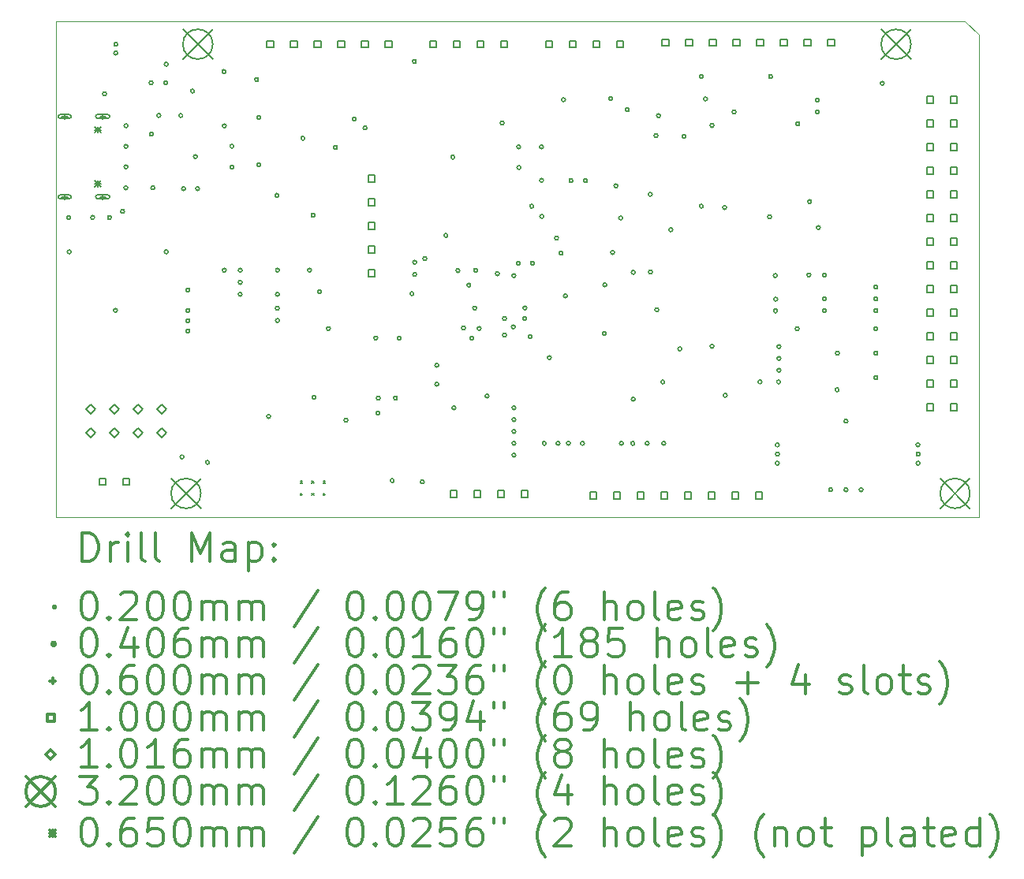
<source format=gbr>
%FSLAX45Y45*%
G04 Gerber Fmt 4.5, Leading zero omitted, Abs format (unit mm)*
G04 Created by KiCad (PCBNEW 5.1.10-88a1d61d58~88~ubuntu20.04.1) date 2021-05-26 23:53:32*
%MOMM*%
%LPD*%
G01*
G04 APERTURE LIST*
%TA.AperFunction,Profile*%
%ADD10C,0.100000*%
%TD*%
%ADD11C,0.200000*%
%ADD12C,0.300000*%
G04 APERTURE END LIST*
D10*
X9094000Y-11358000D02*
X9094000Y-6027000D01*
X18997000Y-11358000D02*
X9094000Y-11358000D01*
X18997000Y-6179000D02*
X18997000Y-11358000D01*
X18845000Y-6027000D02*
X18997000Y-6179000D01*
X9094000Y-6027000D02*
X18845000Y-6027000D01*
D11*
X11717900Y-10970850D02*
X11737900Y-10990850D01*
X11737900Y-10970850D02*
X11717900Y-10990850D01*
X11717900Y-11102850D02*
X11737900Y-11122850D01*
X11737900Y-11102850D02*
X11717900Y-11122850D01*
X11839900Y-10970850D02*
X11859900Y-10990850D01*
X11859900Y-10970850D02*
X11839900Y-10990850D01*
X11839900Y-11102850D02*
X11859900Y-11122850D01*
X11859900Y-11102850D02*
X11839900Y-11122850D01*
X11961900Y-10970850D02*
X11981900Y-10990850D01*
X11981900Y-10970850D02*
X11961900Y-10990850D01*
X11961900Y-11102850D02*
X11981900Y-11122850D01*
X11981900Y-11102850D02*
X11961900Y-11122850D01*
X9248360Y-8140673D02*
G75*
G03*
X9248360Y-8140673I-20320J0D01*
G01*
X9255619Y-8507500D02*
G75*
G03*
X9255619Y-8507500I-20320J0D01*
G01*
X9506320Y-8138000D02*
G75*
G03*
X9506320Y-8138000I-20320J0D01*
G01*
X9634321Y-6810751D02*
G75*
G03*
X9634321Y-6810751I-20320J0D01*
G01*
X9687320Y-8139000D02*
G75*
G03*
X9687320Y-8139000I-20320J0D01*
G01*
X9751281Y-9136357D02*
G75*
G03*
X9751281Y-9136357I-20320J0D01*
G01*
X9755320Y-6277720D02*
G75*
G03*
X9755320Y-6277720I-20320J0D01*
G01*
X9755320Y-6371720D02*
G75*
G03*
X9755320Y-6371720I-20320J0D01*
G01*
X9827480Y-8072100D02*
G75*
G03*
X9827480Y-8072100I-20320J0D01*
G01*
X9863039Y-7820000D02*
G75*
G03*
X9863039Y-7820000I-20320J0D01*
G01*
X9864560Y-7375000D02*
G75*
G03*
X9864560Y-7375000I-20320J0D01*
G01*
X9864561Y-7595000D02*
G75*
G03*
X9864561Y-7595000I-20320J0D01*
G01*
X9864890Y-7153030D02*
G75*
G03*
X9864890Y-7153030I-20320J0D01*
G01*
X10134130Y-6690750D02*
G75*
G03*
X10134130Y-6690750I-20320J0D01*
G01*
X10136670Y-7243200D02*
G75*
G03*
X10136670Y-7243200I-20320J0D01*
G01*
X10152926Y-7818510D02*
G75*
G03*
X10152926Y-7818510I-20320J0D01*
G01*
X10218320Y-7042750D02*
G75*
G03*
X10218320Y-7042750I-20320J0D01*
G01*
X10291620Y-6690750D02*
G75*
G03*
X10291620Y-6690750I-20320J0D01*
G01*
X10295820Y-8507498D02*
G75*
G03*
X10295820Y-8507498I-20320J0D01*
G01*
X10296320Y-6492000D02*
G75*
G03*
X10296320Y-6492000I-20320J0D01*
G01*
X10452320Y-7042750D02*
G75*
G03*
X10452320Y-7042750I-20320J0D01*
G01*
X10466870Y-10710300D02*
G75*
G03*
X10466870Y-10710300I-20320J0D01*
G01*
X10482800Y-7828260D02*
G75*
G03*
X10482800Y-7828260I-20320J0D01*
G01*
X10529320Y-8917500D02*
G75*
G03*
X10529320Y-8917500I-20320J0D01*
G01*
X10529320Y-9137000D02*
G75*
G03*
X10529320Y-9137000I-20320J0D01*
G01*
X10529320Y-9247000D02*
G75*
G03*
X10529320Y-9247000I-20320J0D01*
G01*
X10529320Y-9358000D02*
G75*
G03*
X10529320Y-9358000I-20320J0D01*
G01*
X10578630Y-6780920D02*
G75*
G03*
X10578630Y-6780920I-20320J0D01*
G01*
X10609803Y-7485000D02*
G75*
G03*
X10609803Y-7485000I-20320J0D01*
G01*
X10632660Y-7828260D02*
G75*
G03*
X10632660Y-7828260I-20320J0D01*
G01*
X10739920Y-10767450D02*
G75*
G03*
X10739920Y-10767450I-20320J0D01*
G01*
X10916320Y-6571000D02*
G75*
G03*
X10916320Y-6571000I-20320J0D01*
G01*
X10919320Y-8705000D02*
G75*
G03*
X10919320Y-8705000I-20320J0D01*
G01*
X10919680Y-7155160D02*
G75*
G03*
X10919680Y-7155160I-20320J0D01*
G01*
X11000960Y-7373600D02*
G75*
G03*
X11000960Y-7373600I-20320J0D01*
G01*
X11000960Y-7598358D02*
G75*
G03*
X11000960Y-7598358I-20320J0D01*
G01*
X11090320Y-8704000D02*
G75*
G03*
X11090320Y-8704000I-20320J0D01*
G01*
X11090320Y-8835000D02*
G75*
G03*
X11090320Y-8835000I-20320J0D01*
G01*
X11090320Y-8964000D02*
G75*
G03*
X11090320Y-8964000I-20320J0D01*
G01*
X11266620Y-6657320D02*
G75*
G03*
X11266620Y-6657320I-20320J0D01*
G01*
X11290320Y-7064500D02*
G75*
G03*
X11290320Y-7064500I-20320J0D01*
G01*
X11290518Y-7570220D02*
G75*
G03*
X11290518Y-7570220I-20320J0D01*
G01*
X11396319Y-10274750D02*
G75*
G03*
X11396319Y-10274750I-20320J0D01*
G01*
X11484350Y-7900000D02*
G75*
G03*
X11484350Y-7900000I-20320J0D01*
G01*
X11489320Y-8964000D02*
G75*
G03*
X11489320Y-8964000I-20320J0D01*
G01*
X11489320Y-9113500D02*
G75*
G03*
X11489320Y-9113500I-20320J0D01*
G01*
X11489320Y-9244433D02*
G75*
G03*
X11489320Y-9244433I-20320J0D01*
G01*
X11491605Y-8704000D02*
G75*
G03*
X11491605Y-8704000I-20320J0D01*
G01*
X11763320Y-7287500D02*
G75*
G03*
X11763320Y-7287500I-20320J0D01*
G01*
X11834090Y-8704000D02*
G75*
G03*
X11834090Y-8704000I-20320J0D01*
G01*
X11872320Y-8114000D02*
G75*
G03*
X11872320Y-8114000I-20320J0D01*
G01*
X11882060Y-10070800D02*
G75*
G03*
X11882060Y-10070800I-20320J0D01*
G01*
X11942320Y-8936000D02*
G75*
G03*
X11942320Y-8936000I-20320J0D01*
G01*
X12037280Y-9332300D02*
G75*
G03*
X12037280Y-9332300I-20320J0D01*
G01*
X12112720Y-7386299D02*
G75*
G03*
X12112720Y-7386299I-20320J0D01*
G01*
X12226319Y-10315500D02*
G75*
G03*
X12226319Y-10315500I-20320J0D01*
G01*
X12314140Y-7079820D02*
G75*
G03*
X12314140Y-7079820I-20320J0D01*
G01*
X12430320Y-7175000D02*
G75*
G03*
X12430320Y-7175000I-20320J0D01*
G01*
X12545280Y-9433540D02*
G75*
G03*
X12545280Y-9433540I-20320J0D01*
G01*
X12568720Y-10240400D02*
G75*
G03*
X12568720Y-10240400I-20320J0D01*
G01*
X12573800Y-10077840D02*
G75*
G03*
X12573800Y-10077840I-20320J0D01*
G01*
X12721120Y-10964300D02*
G75*
G03*
X12721120Y-10964300I-20320J0D01*
G01*
X12756680Y-10077840D02*
G75*
G03*
X12756680Y-10077840I-20320J0D01*
G01*
X12797320Y-9433950D02*
G75*
G03*
X12797320Y-9433950I-20320J0D01*
G01*
X12933320Y-8957249D02*
G75*
G03*
X12933320Y-8957249I-20320J0D01*
G01*
X12959820Y-6462500D02*
G75*
G03*
X12959820Y-6462500I-20320J0D01*
G01*
X12963320Y-8620000D02*
G75*
G03*
X12963320Y-8620000I-20320J0D01*
G01*
X12963320Y-8750000D02*
G75*
G03*
X12963320Y-8750000I-20320J0D01*
G01*
X13044970Y-10977000D02*
G75*
G03*
X13044970Y-10977000I-20320J0D01*
G01*
X13073320Y-8580000D02*
G75*
G03*
X13073320Y-8580000I-20320J0D01*
G01*
X13199842Y-9928840D02*
G75*
G03*
X13199842Y-9928840I-20320J0D01*
G01*
X13200600Y-9725640D02*
G75*
G03*
X13200600Y-9725640I-20320J0D01*
G01*
X13297320Y-8331000D02*
G75*
G03*
X13297320Y-8331000I-20320J0D01*
G01*
X13372070Y-7490250D02*
G75*
G03*
X13372070Y-7490250I-20320J0D01*
G01*
X13383480Y-10182840D02*
G75*
G03*
X13383480Y-10182840I-20320J0D01*
G01*
X13426320Y-8708000D02*
G75*
G03*
X13426320Y-8708000I-20320J0D01*
G01*
X13485320Y-9325000D02*
G75*
G03*
X13485320Y-9325000I-20320J0D01*
G01*
X13543320Y-8865000D02*
G75*
G03*
X13543320Y-8865000I-20320J0D01*
G01*
X13575320Y-9435000D02*
G75*
G03*
X13575320Y-9435000I-20320J0D01*
G01*
X13607320Y-9112000D02*
G75*
G03*
X13607320Y-9112000I-20320J0D01*
G01*
X13616320Y-8706000D02*
G75*
G03*
X13616320Y-8706000I-20320J0D01*
G01*
X13655260Y-9330000D02*
G75*
G03*
X13655260Y-9330000I-20320J0D01*
G01*
X13739841Y-10055840D02*
G75*
G03*
X13739841Y-10055840I-20320J0D01*
G01*
X13850320Y-8742000D02*
G75*
G03*
X13850320Y-8742000I-20320J0D01*
G01*
X13902220Y-7122550D02*
G75*
G03*
X13902220Y-7122550I-20320J0D01*
G01*
X13927320Y-9224000D02*
G75*
G03*
X13927320Y-9224000I-20320J0D01*
G01*
X13927320Y-9401000D02*
G75*
G03*
X13927320Y-9401000I-20320J0D01*
G01*
X14021320Y-9313000D02*
G75*
G03*
X14021320Y-9313000I-20320J0D01*
G01*
X14027320Y-8763000D02*
G75*
G03*
X14027320Y-8763000I-20320J0D01*
G01*
X14028320Y-10182840D02*
G75*
G03*
X14028320Y-10182840I-20320J0D01*
G01*
X14028320Y-10309840D02*
G75*
G03*
X14028320Y-10309840I-20320J0D01*
G01*
X14028320Y-10436840D02*
G75*
G03*
X14028320Y-10436840I-20320J0D01*
G01*
X14028320Y-10563840D02*
G75*
G03*
X14028320Y-10563840I-20320J0D01*
G01*
X14028320Y-10690840D02*
G75*
G03*
X14028320Y-10690840I-20320J0D01*
G01*
X14075320Y-8630000D02*
G75*
G03*
X14075320Y-8630000I-20320J0D01*
G01*
X14079320Y-7381000D02*
G75*
G03*
X14079320Y-7381000I-20320J0D01*
G01*
X14081320Y-7602000D02*
G75*
G03*
X14081320Y-7602000I-20320J0D01*
G01*
X14142320Y-9224000D02*
G75*
G03*
X14142320Y-9224000I-20320J0D01*
G01*
X14146320Y-9110000D02*
G75*
G03*
X14146320Y-9110000I-20320J0D01*
G01*
X14203320Y-9418000D02*
G75*
G03*
X14203320Y-9418000I-20320J0D01*
G01*
X14218320Y-8018000D02*
G75*
G03*
X14218320Y-8018000I-20320J0D01*
G01*
X14226070Y-8630040D02*
G75*
G03*
X14226070Y-8630040I-20320J0D01*
G01*
X14323320Y-7380000D02*
G75*
G03*
X14323320Y-7380000I-20320J0D01*
G01*
X14324320Y-7739000D02*
G75*
G03*
X14324320Y-7739000I-20320J0D01*
G01*
X14327320Y-8127000D02*
G75*
G03*
X14327320Y-8127000I-20320J0D01*
G01*
X14353760Y-10563840D02*
G75*
G03*
X14353760Y-10563840I-20320J0D01*
G01*
X14408320Y-9644000D02*
G75*
G03*
X14408320Y-9644000I-20320J0D01*
G01*
X14484320Y-8359000D02*
G75*
G03*
X14484320Y-8359000I-20320J0D01*
G01*
X14501080Y-10563840D02*
G75*
G03*
X14501080Y-10563840I-20320J0D01*
G01*
X14533320Y-8522000D02*
G75*
G03*
X14533320Y-8522000I-20320J0D01*
G01*
X14559320Y-6873000D02*
G75*
G03*
X14559320Y-6873000I-20320J0D01*
G01*
X14580320Y-8980000D02*
G75*
G03*
X14580320Y-8980000I-20320J0D01*
G01*
X14612840Y-10563840D02*
G75*
G03*
X14612840Y-10563840I-20320J0D01*
G01*
X14640320Y-7742000D02*
G75*
G03*
X14640320Y-7742000I-20320J0D01*
G01*
X14762700Y-10563840D02*
G75*
G03*
X14762700Y-10563840I-20320J0D01*
G01*
X14796320Y-7742000D02*
G75*
G03*
X14796320Y-7742000I-20320J0D01*
G01*
X14998920Y-9382740D02*
G75*
G03*
X14998920Y-9382740I-20320J0D01*
G01*
X15004071Y-8862000D02*
G75*
G03*
X15004071Y-8862000I-20320J0D01*
G01*
X15065320Y-6862000D02*
G75*
G03*
X15065320Y-6862000I-20320J0D01*
G01*
X15086320Y-8514000D02*
G75*
G03*
X15086320Y-8514000I-20320J0D01*
G01*
X15122320Y-7799000D02*
G75*
G03*
X15122320Y-7799000I-20320J0D01*
G01*
X15174180Y-8143220D02*
G75*
G03*
X15174180Y-8143220I-20320J0D01*
G01*
X15182320Y-10563840D02*
G75*
G03*
X15182320Y-10563840I-20320J0D01*
G01*
X15245320Y-6980000D02*
G75*
G03*
X15245320Y-6980000I-20320J0D01*
G01*
X15303720Y-10563840D02*
G75*
G03*
X15303720Y-10563840I-20320J0D01*
G01*
X15309320Y-8727000D02*
G75*
G03*
X15309320Y-8727000I-20320J0D01*
G01*
X15309320Y-10089000D02*
G75*
G03*
X15309320Y-10089000I-20320J0D01*
G01*
X15457320Y-10563840D02*
G75*
G03*
X15457320Y-10563840I-20320J0D01*
G01*
X15491320Y-7890000D02*
G75*
G03*
X15491320Y-7890000I-20320J0D01*
G01*
X15492320Y-8723000D02*
G75*
G03*
X15492320Y-8723000I-20320J0D01*
G01*
X15551320Y-7259000D02*
G75*
G03*
X15551320Y-7259000I-20320J0D01*
G01*
X15562320Y-9129000D02*
G75*
G03*
X15562320Y-9129000I-20320J0D01*
G01*
X15580320Y-7045000D02*
G75*
G03*
X15580320Y-7045000I-20320J0D01*
G01*
X15625320Y-9905000D02*
G75*
G03*
X15625320Y-9905000I-20320J0D01*
G01*
X15636460Y-10563840D02*
G75*
G03*
X15636460Y-10563840I-20320J0D01*
G01*
X15711320Y-8270000D02*
G75*
G03*
X15711320Y-8270000I-20320J0D01*
G01*
X15809320Y-9550000D02*
G75*
G03*
X15809320Y-9550000I-20320J0D01*
G01*
X15853320Y-7266000D02*
G75*
G03*
X15853320Y-7266000I-20320J0D01*
G01*
X16039320Y-6625000D02*
G75*
G03*
X16039320Y-6625000I-20320J0D01*
G01*
X16039320Y-8017000D02*
G75*
G03*
X16039320Y-8017000I-20320J0D01*
G01*
X16084320Y-6865000D02*
G75*
G03*
X16084320Y-6865000I-20320J0D01*
G01*
X16153320Y-7150000D02*
G75*
G03*
X16153320Y-7150000I-20320J0D01*
G01*
X16153820Y-9521500D02*
G75*
G03*
X16153820Y-9521500I-20320J0D01*
G01*
X16289240Y-8031460D02*
G75*
G03*
X16289240Y-8031460I-20320J0D01*
G01*
X16296320Y-10048000D02*
G75*
G03*
X16296320Y-10048000I-20320J0D01*
G01*
X16390320Y-7005000D02*
G75*
G03*
X16390320Y-7005000I-20320J0D01*
G01*
X16669320Y-9904000D02*
G75*
G03*
X16669320Y-9904000I-20320J0D01*
G01*
X16770320Y-8131000D02*
G75*
G03*
X16770320Y-8131000I-20320J0D01*
G01*
X16782320Y-6624000D02*
G75*
G03*
X16782320Y-6624000I-20320J0D01*
G01*
X16832320Y-8762000D02*
G75*
G03*
X16832320Y-8762000I-20320J0D01*
G01*
X16835320Y-9141000D02*
G75*
G03*
X16835320Y-9141000I-20320J0D01*
G01*
X16837320Y-9016000D02*
G75*
G03*
X16837320Y-9016000I-20320J0D01*
G01*
X16854960Y-10581200D02*
G75*
G03*
X16854960Y-10581200I-20320J0D01*
G01*
X16855960Y-10679200D02*
G75*
G03*
X16855960Y-10679200I-20320J0D01*
G01*
X16855960Y-10777200D02*
G75*
G03*
X16855960Y-10777200I-20320J0D01*
G01*
X16868320Y-9905000D02*
G75*
G03*
X16868320Y-9905000I-20320J0D01*
G01*
X16871320Y-9779000D02*
G75*
G03*
X16871320Y-9779000I-20320J0D01*
G01*
X16872239Y-9652857D02*
G75*
G03*
X16872239Y-9652857I-20320J0D01*
G01*
X16872320Y-9526000D02*
G75*
G03*
X16872320Y-9526000I-20320J0D01*
G01*
X17068320Y-9334000D02*
G75*
G03*
X17068320Y-9334000I-20320J0D01*
G01*
X17074320Y-7132000D02*
G75*
G03*
X17074320Y-7132000I-20320J0D01*
G01*
X17193320Y-8756000D02*
G75*
G03*
X17193320Y-8756000I-20320J0D01*
G01*
X17201100Y-7967960D02*
G75*
G03*
X17201100Y-7967960I-20320J0D01*
G01*
X17285320Y-6878000D02*
G75*
G03*
X17285320Y-6878000I-20320J0D01*
G01*
X17285320Y-7005000D02*
G75*
G03*
X17285320Y-7005000I-20320J0D01*
G01*
X17296320Y-8246000D02*
G75*
G03*
X17296320Y-8246000I-20320J0D01*
G01*
X17360320Y-8758000D02*
G75*
G03*
X17360320Y-8758000I-20320J0D01*
G01*
X17360320Y-9012000D02*
G75*
G03*
X17360320Y-9012000I-20320J0D01*
G01*
X17360320Y-9140000D02*
G75*
G03*
X17360320Y-9140000I-20320J0D01*
G01*
X17426320Y-11062000D02*
G75*
G03*
X17426320Y-11062000I-20320J0D01*
G01*
X17496570Y-9988090D02*
G75*
G03*
X17496570Y-9988090I-20320J0D01*
G01*
X17500810Y-9596101D02*
G75*
G03*
X17500810Y-9596101I-20320J0D01*
G01*
X17591320Y-10325000D02*
G75*
G03*
X17591320Y-10325000I-20320J0D01*
G01*
X17591320Y-11062000D02*
G75*
G03*
X17591320Y-11062000I-20320J0D01*
G01*
X17754320Y-11062000D02*
G75*
G03*
X17754320Y-11062000I-20320J0D01*
G01*
X17911569Y-9334000D02*
G75*
G03*
X17911569Y-9334000I-20320J0D01*
G01*
X17912290Y-9596099D02*
G75*
G03*
X17912290Y-9596099I-20320J0D01*
G01*
X17912290Y-8885000D02*
G75*
G03*
X17912290Y-8885000I-20320J0D01*
G01*
X17912290Y-9013000D02*
G75*
G03*
X17912290Y-9013000I-20320J0D01*
G01*
X17912290Y-9138900D02*
G75*
G03*
X17912290Y-9138900I-20320J0D01*
G01*
X17912570Y-9858000D02*
G75*
G03*
X17912570Y-9858000I-20320J0D01*
G01*
X17980880Y-6697960D02*
G75*
G03*
X17980880Y-6697960I-20320J0D01*
G01*
X18363800Y-10581200D02*
G75*
G03*
X18363800Y-10581200I-20320J0D01*
G01*
X18364800Y-10777200D02*
G75*
G03*
X18364800Y-10777200I-20320J0D01*
G01*
X18365800Y-10679200D02*
G75*
G03*
X18365800Y-10679200I-20320J0D01*
G01*
X9186500Y-7023000D02*
X9186500Y-7083000D01*
X9156500Y-7053000D02*
X9216500Y-7053000D01*
X9236500Y-7033000D02*
X9136500Y-7033000D01*
X9236500Y-7073000D02*
X9136500Y-7073000D01*
X9136500Y-7033000D02*
G75*
G03*
X9136500Y-7073000I0J-20000D01*
G01*
X9236500Y-7073000D02*
G75*
G03*
X9236500Y-7033000I0J20000D01*
G01*
X9186500Y-7887000D02*
X9186500Y-7947000D01*
X9156500Y-7917000D02*
X9216500Y-7917000D01*
X9236500Y-7897000D02*
X9136500Y-7897000D01*
X9236500Y-7937000D02*
X9136500Y-7937000D01*
X9136500Y-7897000D02*
G75*
G03*
X9136500Y-7937000I0J-20000D01*
G01*
X9236500Y-7937000D02*
G75*
G03*
X9236500Y-7897000I0J20000D01*
G01*
X9594500Y-7023000D02*
X9594500Y-7083000D01*
X9564500Y-7053000D02*
X9624500Y-7053000D01*
X9649500Y-7033000D02*
X9539500Y-7033000D01*
X9649500Y-7073000D02*
X9539500Y-7073000D01*
X9539500Y-7033000D02*
G75*
G03*
X9539500Y-7073000I0J-20000D01*
G01*
X9649500Y-7073000D02*
G75*
G03*
X9649500Y-7033000I0J20000D01*
G01*
X9594500Y-7887000D02*
X9594500Y-7947000D01*
X9564500Y-7917000D02*
X9624500Y-7917000D01*
X9649500Y-7897000D02*
X9539500Y-7897000D01*
X9649500Y-7937000D02*
X9539500Y-7937000D01*
X9539500Y-7897000D02*
G75*
G03*
X9539500Y-7937000I0J-20000D01*
G01*
X9649500Y-7937000D02*
G75*
G03*
X9649500Y-7897000I0J20000D01*
G01*
X9631006Y-11012356D02*
X9631006Y-10941644D01*
X9560294Y-10941644D01*
X9560294Y-11012356D01*
X9631006Y-11012356D01*
X9881006Y-11012356D02*
X9881006Y-10941644D01*
X9810294Y-10941644D01*
X9810294Y-11012356D01*
X9881006Y-11012356D01*
X11428356Y-6310356D02*
X11428356Y-6239644D01*
X11357644Y-6239644D01*
X11357644Y-6310356D01*
X11428356Y-6310356D01*
X11682356Y-6310356D02*
X11682356Y-6239644D01*
X11611644Y-6239644D01*
X11611644Y-6310356D01*
X11682356Y-6310356D01*
X11936356Y-6310356D02*
X11936356Y-6239644D01*
X11865644Y-6239644D01*
X11865644Y-6310356D01*
X11936356Y-6310356D01*
X12190356Y-6310356D02*
X12190356Y-6239644D01*
X12119644Y-6239644D01*
X12119644Y-6310356D01*
X12190356Y-6310356D01*
X12444356Y-6310356D02*
X12444356Y-6239644D01*
X12373644Y-6239644D01*
X12373644Y-6310356D01*
X12444356Y-6310356D01*
X12513906Y-7754806D02*
X12513906Y-7684094D01*
X12443194Y-7684094D01*
X12443194Y-7754806D01*
X12513906Y-7754806D01*
X12513906Y-8008806D02*
X12513906Y-7938094D01*
X12443194Y-7938094D01*
X12443194Y-8008806D01*
X12513906Y-8008806D01*
X12513906Y-8262806D02*
X12513906Y-8192094D01*
X12443194Y-8192094D01*
X12443194Y-8262806D01*
X12513906Y-8262806D01*
X12513906Y-8516806D02*
X12513906Y-8446094D01*
X12443194Y-8446094D01*
X12443194Y-8516806D01*
X12513906Y-8516806D01*
X12513906Y-8770806D02*
X12513906Y-8700094D01*
X12443194Y-8700094D01*
X12443194Y-8770806D01*
X12513906Y-8770806D01*
X12698356Y-6310356D02*
X12698356Y-6239644D01*
X12627644Y-6239644D01*
X12627644Y-6310356D01*
X12698356Y-6310356D01*
X13178356Y-6310356D02*
X13178356Y-6239644D01*
X13107644Y-6239644D01*
X13107644Y-6310356D01*
X13178356Y-6310356D01*
X13393436Y-11142756D02*
X13393436Y-11072044D01*
X13322724Y-11072044D01*
X13322724Y-11142756D01*
X13393436Y-11142756D01*
X13432356Y-6310356D02*
X13432356Y-6239644D01*
X13361644Y-6239644D01*
X13361644Y-6310356D01*
X13432356Y-6310356D01*
X13647436Y-11142756D02*
X13647436Y-11072044D01*
X13576724Y-11072044D01*
X13576724Y-11142756D01*
X13647436Y-11142756D01*
X13686356Y-6310356D02*
X13686356Y-6239644D01*
X13615644Y-6239644D01*
X13615644Y-6310356D01*
X13686356Y-6310356D01*
X13901436Y-11142756D02*
X13901436Y-11072044D01*
X13830724Y-11072044D01*
X13830724Y-11142756D01*
X13901436Y-11142756D01*
X13940356Y-6310356D02*
X13940356Y-6239644D01*
X13869644Y-6239644D01*
X13869644Y-6310356D01*
X13940356Y-6310356D01*
X14155436Y-11142756D02*
X14155436Y-11072044D01*
X14084724Y-11072044D01*
X14084724Y-11142756D01*
X14155436Y-11142756D01*
X14420356Y-6310356D02*
X14420356Y-6239644D01*
X14349644Y-6239644D01*
X14349644Y-6310356D01*
X14420356Y-6310356D01*
X14674356Y-6310356D02*
X14674356Y-6239644D01*
X14603644Y-6239644D01*
X14603644Y-6310356D01*
X14674356Y-6310356D01*
X14895156Y-11158406D02*
X14895156Y-11087694D01*
X14824444Y-11087694D01*
X14824444Y-11158406D01*
X14895156Y-11158406D01*
X14928356Y-6310356D02*
X14928356Y-6239644D01*
X14857644Y-6239644D01*
X14857644Y-6310356D01*
X14928356Y-6310356D01*
X15149156Y-11158406D02*
X15149156Y-11087694D01*
X15078444Y-11087694D01*
X15078444Y-11158406D01*
X15149156Y-11158406D01*
X15182356Y-6310356D02*
X15182356Y-6239644D01*
X15111644Y-6239644D01*
X15111644Y-6310356D01*
X15182356Y-6310356D01*
X15403156Y-11158406D02*
X15403156Y-11087694D01*
X15332444Y-11087694D01*
X15332444Y-11158406D01*
X15403156Y-11158406D01*
X15657156Y-11158406D02*
X15657156Y-11087694D01*
X15586444Y-11087694D01*
X15586444Y-11158406D01*
X15657156Y-11158406D01*
X15669856Y-6294306D02*
X15669856Y-6223594D01*
X15599144Y-6223594D01*
X15599144Y-6294306D01*
X15669856Y-6294306D01*
X15911156Y-11158406D02*
X15911156Y-11087694D01*
X15840444Y-11087694D01*
X15840444Y-11158406D01*
X15911156Y-11158406D01*
X15923856Y-6294306D02*
X15923856Y-6223594D01*
X15853144Y-6223594D01*
X15853144Y-6294306D01*
X15923856Y-6294306D01*
X16165156Y-11158406D02*
X16165156Y-11087694D01*
X16094444Y-11087694D01*
X16094444Y-11158406D01*
X16165156Y-11158406D01*
X16177856Y-6294306D02*
X16177856Y-6223594D01*
X16107144Y-6223594D01*
X16107144Y-6294306D01*
X16177856Y-6294306D01*
X16419156Y-11158406D02*
X16419156Y-11087694D01*
X16348444Y-11087694D01*
X16348444Y-11158406D01*
X16419156Y-11158406D01*
X16431856Y-6294306D02*
X16431856Y-6223594D01*
X16361144Y-6223594D01*
X16361144Y-6294306D01*
X16431856Y-6294306D01*
X16673156Y-11158406D02*
X16673156Y-11087694D01*
X16602444Y-11087694D01*
X16602444Y-11158406D01*
X16673156Y-11158406D01*
X16685856Y-6294306D02*
X16685856Y-6223594D01*
X16615144Y-6223594D01*
X16615144Y-6294306D01*
X16685856Y-6294306D01*
X16939856Y-6294306D02*
X16939856Y-6223594D01*
X16869144Y-6223594D01*
X16869144Y-6294306D01*
X16939856Y-6294306D01*
X17193856Y-6294306D02*
X17193856Y-6223594D01*
X17123144Y-6223594D01*
X17123144Y-6294306D01*
X17193856Y-6294306D01*
X17447856Y-6294306D02*
X17447856Y-6223594D01*
X17377144Y-6223594D01*
X17377144Y-6294306D01*
X17447856Y-6294306D01*
X18508306Y-6910256D02*
X18508306Y-6839544D01*
X18437594Y-6839544D01*
X18437594Y-6910256D01*
X18508306Y-6910256D01*
X18508306Y-7164256D02*
X18508306Y-7093544D01*
X18437594Y-7093544D01*
X18437594Y-7164256D01*
X18508306Y-7164256D01*
X18508306Y-7418256D02*
X18508306Y-7347544D01*
X18437594Y-7347544D01*
X18437594Y-7418256D01*
X18508306Y-7418256D01*
X18508306Y-7672256D02*
X18508306Y-7601544D01*
X18437594Y-7601544D01*
X18437594Y-7672256D01*
X18508306Y-7672256D01*
X18508306Y-7926256D02*
X18508306Y-7855544D01*
X18437594Y-7855544D01*
X18437594Y-7926256D01*
X18508306Y-7926256D01*
X18508306Y-8180256D02*
X18508306Y-8109544D01*
X18437594Y-8109544D01*
X18437594Y-8180256D01*
X18508306Y-8180256D01*
X18508306Y-8434256D02*
X18508306Y-8363544D01*
X18437594Y-8363544D01*
X18437594Y-8434256D01*
X18508306Y-8434256D01*
X18508306Y-8688256D02*
X18508306Y-8617544D01*
X18437594Y-8617544D01*
X18437594Y-8688256D01*
X18508306Y-8688256D01*
X18508306Y-8942256D02*
X18508306Y-8871544D01*
X18437594Y-8871544D01*
X18437594Y-8942256D01*
X18508306Y-8942256D01*
X18508306Y-9196256D02*
X18508306Y-9125544D01*
X18437594Y-9125544D01*
X18437594Y-9196256D01*
X18508306Y-9196256D01*
X18508306Y-9450256D02*
X18508306Y-9379544D01*
X18437594Y-9379544D01*
X18437594Y-9450256D01*
X18508306Y-9450256D01*
X18508306Y-9704256D02*
X18508306Y-9633544D01*
X18437594Y-9633544D01*
X18437594Y-9704256D01*
X18508306Y-9704256D01*
X18508306Y-9958256D02*
X18508306Y-9887544D01*
X18437594Y-9887544D01*
X18437594Y-9958256D01*
X18508306Y-9958256D01*
X18508306Y-10212256D02*
X18508306Y-10141544D01*
X18437594Y-10141544D01*
X18437594Y-10212256D01*
X18508306Y-10212256D01*
X18762306Y-6910256D02*
X18762306Y-6839544D01*
X18691594Y-6839544D01*
X18691594Y-6910256D01*
X18762306Y-6910256D01*
X18762306Y-7164256D02*
X18762306Y-7093544D01*
X18691594Y-7093544D01*
X18691594Y-7164256D01*
X18762306Y-7164256D01*
X18762306Y-7418256D02*
X18762306Y-7347544D01*
X18691594Y-7347544D01*
X18691594Y-7418256D01*
X18762306Y-7418256D01*
X18762306Y-7672256D02*
X18762306Y-7601544D01*
X18691594Y-7601544D01*
X18691594Y-7672256D01*
X18762306Y-7672256D01*
X18762306Y-7926256D02*
X18762306Y-7855544D01*
X18691594Y-7855544D01*
X18691594Y-7926256D01*
X18762306Y-7926256D01*
X18762306Y-8180256D02*
X18762306Y-8109544D01*
X18691594Y-8109544D01*
X18691594Y-8180256D01*
X18762306Y-8180256D01*
X18762306Y-8434256D02*
X18762306Y-8363544D01*
X18691594Y-8363544D01*
X18691594Y-8434256D01*
X18762306Y-8434256D01*
X18762306Y-8688256D02*
X18762306Y-8617544D01*
X18691594Y-8617544D01*
X18691594Y-8688256D01*
X18762306Y-8688256D01*
X18762306Y-8942256D02*
X18762306Y-8871544D01*
X18691594Y-8871544D01*
X18691594Y-8942256D01*
X18762306Y-8942256D01*
X18762306Y-9196256D02*
X18762306Y-9125544D01*
X18691594Y-9125544D01*
X18691594Y-9196256D01*
X18762306Y-9196256D01*
X18762306Y-9450256D02*
X18762306Y-9379544D01*
X18691594Y-9379544D01*
X18691594Y-9450256D01*
X18762306Y-9450256D01*
X18762306Y-9704256D02*
X18762306Y-9633544D01*
X18691594Y-9633544D01*
X18691594Y-9704256D01*
X18762306Y-9704256D01*
X18762306Y-9958256D02*
X18762306Y-9887544D01*
X18691594Y-9887544D01*
X18691594Y-9958256D01*
X18762306Y-9958256D01*
X18762306Y-10212256D02*
X18762306Y-10141544D01*
X18691594Y-10141544D01*
X18691594Y-10212256D01*
X18762306Y-10212256D01*
X9469340Y-10251420D02*
X9520140Y-10200620D01*
X9469340Y-10149820D01*
X9418540Y-10200620D01*
X9469340Y-10251420D01*
X9469340Y-10505420D02*
X9520140Y-10454620D01*
X9469340Y-10403820D01*
X9418540Y-10454620D01*
X9469340Y-10505420D01*
X9723340Y-10251420D02*
X9774140Y-10200620D01*
X9723340Y-10149820D01*
X9672540Y-10200620D01*
X9723340Y-10251420D01*
X9723340Y-10505420D02*
X9774140Y-10454620D01*
X9723340Y-10403820D01*
X9672540Y-10454620D01*
X9723340Y-10505420D01*
X9977340Y-10251420D02*
X10028140Y-10200620D01*
X9977340Y-10149820D01*
X9926540Y-10200620D01*
X9977340Y-10251420D01*
X9977340Y-10505420D02*
X10028140Y-10454620D01*
X9977340Y-10403820D01*
X9926540Y-10454620D01*
X9977340Y-10505420D01*
X10231340Y-10251420D02*
X10282140Y-10200620D01*
X10231340Y-10149820D01*
X10180540Y-10200620D01*
X10231340Y-10251420D01*
X10231340Y-10505420D02*
X10282140Y-10454620D01*
X10231340Y-10403820D01*
X10180540Y-10454620D01*
X10231340Y-10505420D01*
X10328000Y-10942000D02*
X10648000Y-11262000D01*
X10648000Y-10942000D02*
X10328000Y-11262000D01*
X10648000Y-11102000D02*
G75*
G03*
X10648000Y-11102000I-160000J0D01*
G01*
X10455000Y-6117000D02*
X10775000Y-6437000D01*
X10775000Y-6117000D02*
X10455000Y-6437000D01*
X10775000Y-6277000D02*
G75*
G03*
X10775000Y-6277000I-160000J0D01*
G01*
X17949000Y-6118000D02*
X18269000Y-6438000D01*
X18269000Y-6118000D02*
X17949000Y-6438000D01*
X18269000Y-6278000D02*
G75*
G03*
X18269000Y-6278000I-160000J0D01*
G01*
X18582000Y-10941000D02*
X18902000Y-11261000D01*
X18902000Y-10941000D02*
X18582000Y-11261000D01*
X18902000Y-11101000D02*
G75*
G03*
X18902000Y-11101000I-160000J0D01*
G01*
X9512000Y-7163500D02*
X9577000Y-7228500D01*
X9577000Y-7163500D02*
X9512000Y-7228500D01*
X9544500Y-7163500D02*
X9544500Y-7228500D01*
X9512000Y-7196000D02*
X9577000Y-7196000D01*
X9512000Y-7741500D02*
X9577000Y-7806500D01*
X9577000Y-7741500D02*
X9512000Y-7806500D01*
X9544500Y-7741500D02*
X9544500Y-7806500D01*
X9512000Y-7774000D02*
X9577000Y-7774000D01*
D12*
X9375428Y-11828714D02*
X9375428Y-11528714D01*
X9446857Y-11528714D01*
X9489714Y-11543000D01*
X9518286Y-11571571D01*
X9532571Y-11600143D01*
X9546857Y-11657286D01*
X9546857Y-11700143D01*
X9532571Y-11757286D01*
X9518286Y-11785857D01*
X9489714Y-11814429D01*
X9446857Y-11828714D01*
X9375428Y-11828714D01*
X9675428Y-11828714D02*
X9675428Y-11628714D01*
X9675428Y-11685857D02*
X9689714Y-11657286D01*
X9704000Y-11643000D01*
X9732571Y-11628714D01*
X9761143Y-11628714D01*
X9861143Y-11828714D02*
X9861143Y-11628714D01*
X9861143Y-11528714D02*
X9846857Y-11543000D01*
X9861143Y-11557286D01*
X9875428Y-11543000D01*
X9861143Y-11528714D01*
X9861143Y-11557286D01*
X10046857Y-11828714D02*
X10018286Y-11814429D01*
X10004000Y-11785857D01*
X10004000Y-11528714D01*
X10204000Y-11828714D02*
X10175428Y-11814429D01*
X10161143Y-11785857D01*
X10161143Y-11528714D01*
X10546857Y-11828714D02*
X10546857Y-11528714D01*
X10646857Y-11743000D01*
X10746857Y-11528714D01*
X10746857Y-11828714D01*
X11018286Y-11828714D02*
X11018286Y-11671571D01*
X11004000Y-11643000D01*
X10975428Y-11628714D01*
X10918286Y-11628714D01*
X10889714Y-11643000D01*
X11018286Y-11814429D02*
X10989714Y-11828714D01*
X10918286Y-11828714D01*
X10889714Y-11814429D01*
X10875428Y-11785857D01*
X10875428Y-11757286D01*
X10889714Y-11728714D01*
X10918286Y-11714429D01*
X10989714Y-11714429D01*
X11018286Y-11700143D01*
X11161143Y-11628714D02*
X11161143Y-11928714D01*
X11161143Y-11643000D02*
X11189714Y-11628714D01*
X11246857Y-11628714D01*
X11275428Y-11643000D01*
X11289714Y-11657286D01*
X11304000Y-11685857D01*
X11304000Y-11771571D01*
X11289714Y-11800143D01*
X11275428Y-11814429D01*
X11246857Y-11828714D01*
X11189714Y-11828714D01*
X11161143Y-11814429D01*
X11432571Y-11800143D02*
X11446857Y-11814429D01*
X11432571Y-11828714D01*
X11418286Y-11814429D01*
X11432571Y-11800143D01*
X11432571Y-11828714D01*
X11432571Y-11643000D02*
X11446857Y-11657286D01*
X11432571Y-11671571D01*
X11418286Y-11657286D01*
X11432571Y-11643000D01*
X11432571Y-11671571D01*
X9069000Y-12313000D02*
X9089000Y-12333000D01*
X9089000Y-12313000D02*
X9069000Y-12333000D01*
X9432571Y-12158714D02*
X9461143Y-12158714D01*
X9489714Y-12173000D01*
X9504000Y-12187286D01*
X9518286Y-12215857D01*
X9532571Y-12273000D01*
X9532571Y-12344429D01*
X9518286Y-12401571D01*
X9504000Y-12430143D01*
X9489714Y-12444429D01*
X9461143Y-12458714D01*
X9432571Y-12458714D01*
X9404000Y-12444429D01*
X9389714Y-12430143D01*
X9375428Y-12401571D01*
X9361143Y-12344429D01*
X9361143Y-12273000D01*
X9375428Y-12215857D01*
X9389714Y-12187286D01*
X9404000Y-12173000D01*
X9432571Y-12158714D01*
X9661143Y-12430143D02*
X9675428Y-12444429D01*
X9661143Y-12458714D01*
X9646857Y-12444429D01*
X9661143Y-12430143D01*
X9661143Y-12458714D01*
X9789714Y-12187286D02*
X9804000Y-12173000D01*
X9832571Y-12158714D01*
X9904000Y-12158714D01*
X9932571Y-12173000D01*
X9946857Y-12187286D01*
X9961143Y-12215857D01*
X9961143Y-12244429D01*
X9946857Y-12287286D01*
X9775428Y-12458714D01*
X9961143Y-12458714D01*
X10146857Y-12158714D02*
X10175428Y-12158714D01*
X10204000Y-12173000D01*
X10218286Y-12187286D01*
X10232571Y-12215857D01*
X10246857Y-12273000D01*
X10246857Y-12344429D01*
X10232571Y-12401571D01*
X10218286Y-12430143D01*
X10204000Y-12444429D01*
X10175428Y-12458714D01*
X10146857Y-12458714D01*
X10118286Y-12444429D01*
X10104000Y-12430143D01*
X10089714Y-12401571D01*
X10075428Y-12344429D01*
X10075428Y-12273000D01*
X10089714Y-12215857D01*
X10104000Y-12187286D01*
X10118286Y-12173000D01*
X10146857Y-12158714D01*
X10432571Y-12158714D02*
X10461143Y-12158714D01*
X10489714Y-12173000D01*
X10504000Y-12187286D01*
X10518286Y-12215857D01*
X10532571Y-12273000D01*
X10532571Y-12344429D01*
X10518286Y-12401571D01*
X10504000Y-12430143D01*
X10489714Y-12444429D01*
X10461143Y-12458714D01*
X10432571Y-12458714D01*
X10404000Y-12444429D01*
X10389714Y-12430143D01*
X10375428Y-12401571D01*
X10361143Y-12344429D01*
X10361143Y-12273000D01*
X10375428Y-12215857D01*
X10389714Y-12187286D01*
X10404000Y-12173000D01*
X10432571Y-12158714D01*
X10661143Y-12458714D02*
X10661143Y-12258714D01*
X10661143Y-12287286D02*
X10675428Y-12273000D01*
X10704000Y-12258714D01*
X10746857Y-12258714D01*
X10775428Y-12273000D01*
X10789714Y-12301571D01*
X10789714Y-12458714D01*
X10789714Y-12301571D02*
X10804000Y-12273000D01*
X10832571Y-12258714D01*
X10875428Y-12258714D01*
X10904000Y-12273000D01*
X10918286Y-12301571D01*
X10918286Y-12458714D01*
X11061143Y-12458714D02*
X11061143Y-12258714D01*
X11061143Y-12287286D02*
X11075428Y-12273000D01*
X11104000Y-12258714D01*
X11146857Y-12258714D01*
X11175428Y-12273000D01*
X11189714Y-12301571D01*
X11189714Y-12458714D01*
X11189714Y-12301571D02*
X11204000Y-12273000D01*
X11232571Y-12258714D01*
X11275428Y-12258714D01*
X11304000Y-12273000D01*
X11318286Y-12301571D01*
X11318286Y-12458714D01*
X11904000Y-12144429D02*
X11646857Y-12530143D01*
X12289714Y-12158714D02*
X12318286Y-12158714D01*
X12346857Y-12173000D01*
X12361143Y-12187286D01*
X12375428Y-12215857D01*
X12389714Y-12273000D01*
X12389714Y-12344429D01*
X12375428Y-12401571D01*
X12361143Y-12430143D01*
X12346857Y-12444429D01*
X12318286Y-12458714D01*
X12289714Y-12458714D01*
X12261143Y-12444429D01*
X12246857Y-12430143D01*
X12232571Y-12401571D01*
X12218286Y-12344429D01*
X12218286Y-12273000D01*
X12232571Y-12215857D01*
X12246857Y-12187286D01*
X12261143Y-12173000D01*
X12289714Y-12158714D01*
X12518286Y-12430143D02*
X12532571Y-12444429D01*
X12518286Y-12458714D01*
X12504000Y-12444429D01*
X12518286Y-12430143D01*
X12518286Y-12458714D01*
X12718286Y-12158714D02*
X12746857Y-12158714D01*
X12775428Y-12173000D01*
X12789714Y-12187286D01*
X12804000Y-12215857D01*
X12818286Y-12273000D01*
X12818286Y-12344429D01*
X12804000Y-12401571D01*
X12789714Y-12430143D01*
X12775428Y-12444429D01*
X12746857Y-12458714D01*
X12718286Y-12458714D01*
X12689714Y-12444429D01*
X12675428Y-12430143D01*
X12661143Y-12401571D01*
X12646857Y-12344429D01*
X12646857Y-12273000D01*
X12661143Y-12215857D01*
X12675428Y-12187286D01*
X12689714Y-12173000D01*
X12718286Y-12158714D01*
X13004000Y-12158714D02*
X13032571Y-12158714D01*
X13061143Y-12173000D01*
X13075428Y-12187286D01*
X13089714Y-12215857D01*
X13104000Y-12273000D01*
X13104000Y-12344429D01*
X13089714Y-12401571D01*
X13075428Y-12430143D01*
X13061143Y-12444429D01*
X13032571Y-12458714D01*
X13004000Y-12458714D01*
X12975428Y-12444429D01*
X12961143Y-12430143D01*
X12946857Y-12401571D01*
X12932571Y-12344429D01*
X12932571Y-12273000D01*
X12946857Y-12215857D01*
X12961143Y-12187286D01*
X12975428Y-12173000D01*
X13004000Y-12158714D01*
X13204000Y-12158714D02*
X13404000Y-12158714D01*
X13275428Y-12458714D01*
X13532571Y-12458714D02*
X13589714Y-12458714D01*
X13618286Y-12444429D01*
X13632571Y-12430143D01*
X13661143Y-12387286D01*
X13675428Y-12330143D01*
X13675428Y-12215857D01*
X13661143Y-12187286D01*
X13646857Y-12173000D01*
X13618286Y-12158714D01*
X13561143Y-12158714D01*
X13532571Y-12173000D01*
X13518286Y-12187286D01*
X13504000Y-12215857D01*
X13504000Y-12287286D01*
X13518286Y-12315857D01*
X13532571Y-12330143D01*
X13561143Y-12344429D01*
X13618286Y-12344429D01*
X13646857Y-12330143D01*
X13661143Y-12315857D01*
X13675428Y-12287286D01*
X13789714Y-12158714D02*
X13789714Y-12215857D01*
X13904000Y-12158714D02*
X13904000Y-12215857D01*
X14346857Y-12573000D02*
X14332571Y-12558714D01*
X14304000Y-12515857D01*
X14289714Y-12487286D01*
X14275428Y-12444429D01*
X14261143Y-12373000D01*
X14261143Y-12315857D01*
X14275428Y-12244429D01*
X14289714Y-12201571D01*
X14304000Y-12173000D01*
X14332571Y-12130143D01*
X14346857Y-12115857D01*
X14589714Y-12158714D02*
X14532571Y-12158714D01*
X14504000Y-12173000D01*
X14489714Y-12187286D01*
X14461143Y-12230143D01*
X14446857Y-12287286D01*
X14446857Y-12401571D01*
X14461143Y-12430143D01*
X14475428Y-12444429D01*
X14504000Y-12458714D01*
X14561143Y-12458714D01*
X14589714Y-12444429D01*
X14604000Y-12430143D01*
X14618286Y-12401571D01*
X14618286Y-12330143D01*
X14604000Y-12301571D01*
X14589714Y-12287286D01*
X14561143Y-12273000D01*
X14504000Y-12273000D01*
X14475428Y-12287286D01*
X14461143Y-12301571D01*
X14446857Y-12330143D01*
X14975428Y-12458714D02*
X14975428Y-12158714D01*
X15104000Y-12458714D02*
X15104000Y-12301571D01*
X15089714Y-12273000D01*
X15061143Y-12258714D01*
X15018286Y-12258714D01*
X14989714Y-12273000D01*
X14975428Y-12287286D01*
X15289714Y-12458714D02*
X15261143Y-12444429D01*
X15246857Y-12430143D01*
X15232571Y-12401571D01*
X15232571Y-12315857D01*
X15246857Y-12287286D01*
X15261143Y-12273000D01*
X15289714Y-12258714D01*
X15332571Y-12258714D01*
X15361143Y-12273000D01*
X15375428Y-12287286D01*
X15389714Y-12315857D01*
X15389714Y-12401571D01*
X15375428Y-12430143D01*
X15361143Y-12444429D01*
X15332571Y-12458714D01*
X15289714Y-12458714D01*
X15561143Y-12458714D02*
X15532571Y-12444429D01*
X15518286Y-12415857D01*
X15518286Y-12158714D01*
X15789714Y-12444429D02*
X15761143Y-12458714D01*
X15704000Y-12458714D01*
X15675428Y-12444429D01*
X15661143Y-12415857D01*
X15661143Y-12301571D01*
X15675428Y-12273000D01*
X15704000Y-12258714D01*
X15761143Y-12258714D01*
X15789714Y-12273000D01*
X15804000Y-12301571D01*
X15804000Y-12330143D01*
X15661143Y-12358714D01*
X15918286Y-12444429D02*
X15946857Y-12458714D01*
X16004000Y-12458714D01*
X16032571Y-12444429D01*
X16046857Y-12415857D01*
X16046857Y-12401571D01*
X16032571Y-12373000D01*
X16004000Y-12358714D01*
X15961143Y-12358714D01*
X15932571Y-12344429D01*
X15918286Y-12315857D01*
X15918286Y-12301571D01*
X15932571Y-12273000D01*
X15961143Y-12258714D01*
X16004000Y-12258714D01*
X16032571Y-12273000D01*
X16146857Y-12573000D02*
X16161143Y-12558714D01*
X16189714Y-12515857D01*
X16204000Y-12487286D01*
X16218286Y-12444429D01*
X16232571Y-12373000D01*
X16232571Y-12315857D01*
X16218286Y-12244429D01*
X16204000Y-12201571D01*
X16189714Y-12173000D01*
X16161143Y-12130143D01*
X16146857Y-12115857D01*
X9089000Y-12719000D02*
G75*
G03*
X9089000Y-12719000I-20320J0D01*
G01*
X9432571Y-12554714D02*
X9461143Y-12554714D01*
X9489714Y-12569000D01*
X9504000Y-12583286D01*
X9518286Y-12611857D01*
X9532571Y-12669000D01*
X9532571Y-12740429D01*
X9518286Y-12797571D01*
X9504000Y-12826143D01*
X9489714Y-12840429D01*
X9461143Y-12854714D01*
X9432571Y-12854714D01*
X9404000Y-12840429D01*
X9389714Y-12826143D01*
X9375428Y-12797571D01*
X9361143Y-12740429D01*
X9361143Y-12669000D01*
X9375428Y-12611857D01*
X9389714Y-12583286D01*
X9404000Y-12569000D01*
X9432571Y-12554714D01*
X9661143Y-12826143D02*
X9675428Y-12840429D01*
X9661143Y-12854714D01*
X9646857Y-12840429D01*
X9661143Y-12826143D01*
X9661143Y-12854714D01*
X9932571Y-12654714D02*
X9932571Y-12854714D01*
X9861143Y-12540429D02*
X9789714Y-12754714D01*
X9975428Y-12754714D01*
X10146857Y-12554714D02*
X10175428Y-12554714D01*
X10204000Y-12569000D01*
X10218286Y-12583286D01*
X10232571Y-12611857D01*
X10246857Y-12669000D01*
X10246857Y-12740429D01*
X10232571Y-12797571D01*
X10218286Y-12826143D01*
X10204000Y-12840429D01*
X10175428Y-12854714D01*
X10146857Y-12854714D01*
X10118286Y-12840429D01*
X10104000Y-12826143D01*
X10089714Y-12797571D01*
X10075428Y-12740429D01*
X10075428Y-12669000D01*
X10089714Y-12611857D01*
X10104000Y-12583286D01*
X10118286Y-12569000D01*
X10146857Y-12554714D01*
X10504000Y-12554714D02*
X10446857Y-12554714D01*
X10418286Y-12569000D01*
X10404000Y-12583286D01*
X10375428Y-12626143D01*
X10361143Y-12683286D01*
X10361143Y-12797571D01*
X10375428Y-12826143D01*
X10389714Y-12840429D01*
X10418286Y-12854714D01*
X10475428Y-12854714D01*
X10504000Y-12840429D01*
X10518286Y-12826143D01*
X10532571Y-12797571D01*
X10532571Y-12726143D01*
X10518286Y-12697571D01*
X10504000Y-12683286D01*
X10475428Y-12669000D01*
X10418286Y-12669000D01*
X10389714Y-12683286D01*
X10375428Y-12697571D01*
X10361143Y-12726143D01*
X10661143Y-12854714D02*
X10661143Y-12654714D01*
X10661143Y-12683286D02*
X10675428Y-12669000D01*
X10704000Y-12654714D01*
X10746857Y-12654714D01*
X10775428Y-12669000D01*
X10789714Y-12697571D01*
X10789714Y-12854714D01*
X10789714Y-12697571D02*
X10804000Y-12669000D01*
X10832571Y-12654714D01*
X10875428Y-12654714D01*
X10904000Y-12669000D01*
X10918286Y-12697571D01*
X10918286Y-12854714D01*
X11061143Y-12854714D02*
X11061143Y-12654714D01*
X11061143Y-12683286D02*
X11075428Y-12669000D01*
X11104000Y-12654714D01*
X11146857Y-12654714D01*
X11175428Y-12669000D01*
X11189714Y-12697571D01*
X11189714Y-12854714D01*
X11189714Y-12697571D02*
X11204000Y-12669000D01*
X11232571Y-12654714D01*
X11275428Y-12654714D01*
X11304000Y-12669000D01*
X11318286Y-12697571D01*
X11318286Y-12854714D01*
X11904000Y-12540429D02*
X11646857Y-12926143D01*
X12289714Y-12554714D02*
X12318286Y-12554714D01*
X12346857Y-12569000D01*
X12361143Y-12583286D01*
X12375428Y-12611857D01*
X12389714Y-12669000D01*
X12389714Y-12740429D01*
X12375428Y-12797571D01*
X12361143Y-12826143D01*
X12346857Y-12840429D01*
X12318286Y-12854714D01*
X12289714Y-12854714D01*
X12261143Y-12840429D01*
X12246857Y-12826143D01*
X12232571Y-12797571D01*
X12218286Y-12740429D01*
X12218286Y-12669000D01*
X12232571Y-12611857D01*
X12246857Y-12583286D01*
X12261143Y-12569000D01*
X12289714Y-12554714D01*
X12518286Y-12826143D02*
X12532571Y-12840429D01*
X12518286Y-12854714D01*
X12504000Y-12840429D01*
X12518286Y-12826143D01*
X12518286Y-12854714D01*
X12718286Y-12554714D02*
X12746857Y-12554714D01*
X12775428Y-12569000D01*
X12789714Y-12583286D01*
X12804000Y-12611857D01*
X12818286Y-12669000D01*
X12818286Y-12740429D01*
X12804000Y-12797571D01*
X12789714Y-12826143D01*
X12775428Y-12840429D01*
X12746857Y-12854714D01*
X12718286Y-12854714D01*
X12689714Y-12840429D01*
X12675428Y-12826143D01*
X12661143Y-12797571D01*
X12646857Y-12740429D01*
X12646857Y-12669000D01*
X12661143Y-12611857D01*
X12675428Y-12583286D01*
X12689714Y-12569000D01*
X12718286Y-12554714D01*
X13104000Y-12854714D02*
X12932571Y-12854714D01*
X13018286Y-12854714D02*
X13018286Y-12554714D01*
X12989714Y-12597571D01*
X12961143Y-12626143D01*
X12932571Y-12640429D01*
X13361143Y-12554714D02*
X13304000Y-12554714D01*
X13275428Y-12569000D01*
X13261143Y-12583286D01*
X13232571Y-12626143D01*
X13218286Y-12683286D01*
X13218286Y-12797571D01*
X13232571Y-12826143D01*
X13246857Y-12840429D01*
X13275428Y-12854714D01*
X13332571Y-12854714D01*
X13361143Y-12840429D01*
X13375428Y-12826143D01*
X13389714Y-12797571D01*
X13389714Y-12726143D01*
X13375428Y-12697571D01*
X13361143Y-12683286D01*
X13332571Y-12669000D01*
X13275428Y-12669000D01*
X13246857Y-12683286D01*
X13232571Y-12697571D01*
X13218286Y-12726143D01*
X13575428Y-12554714D02*
X13604000Y-12554714D01*
X13632571Y-12569000D01*
X13646857Y-12583286D01*
X13661143Y-12611857D01*
X13675428Y-12669000D01*
X13675428Y-12740429D01*
X13661143Y-12797571D01*
X13646857Y-12826143D01*
X13632571Y-12840429D01*
X13604000Y-12854714D01*
X13575428Y-12854714D01*
X13546857Y-12840429D01*
X13532571Y-12826143D01*
X13518286Y-12797571D01*
X13504000Y-12740429D01*
X13504000Y-12669000D01*
X13518286Y-12611857D01*
X13532571Y-12583286D01*
X13546857Y-12569000D01*
X13575428Y-12554714D01*
X13789714Y-12554714D02*
X13789714Y-12611857D01*
X13904000Y-12554714D02*
X13904000Y-12611857D01*
X14346857Y-12969000D02*
X14332571Y-12954714D01*
X14304000Y-12911857D01*
X14289714Y-12883286D01*
X14275428Y-12840429D01*
X14261143Y-12769000D01*
X14261143Y-12711857D01*
X14275428Y-12640429D01*
X14289714Y-12597571D01*
X14304000Y-12569000D01*
X14332571Y-12526143D01*
X14346857Y-12511857D01*
X14618286Y-12854714D02*
X14446857Y-12854714D01*
X14532571Y-12854714D02*
X14532571Y-12554714D01*
X14504000Y-12597571D01*
X14475428Y-12626143D01*
X14446857Y-12640429D01*
X14789714Y-12683286D02*
X14761143Y-12669000D01*
X14746857Y-12654714D01*
X14732571Y-12626143D01*
X14732571Y-12611857D01*
X14746857Y-12583286D01*
X14761143Y-12569000D01*
X14789714Y-12554714D01*
X14846857Y-12554714D01*
X14875428Y-12569000D01*
X14889714Y-12583286D01*
X14904000Y-12611857D01*
X14904000Y-12626143D01*
X14889714Y-12654714D01*
X14875428Y-12669000D01*
X14846857Y-12683286D01*
X14789714Y-12683286D01*
X14761143Y-12697571D01*
X14746857Y-12711857D01*
X14732571Y-12740429D01*
X14732571Y-12797571D01*
X14746857Y-12826143D01*
X14761143Y-12840429D01*
X14789714Y-12854714D01*
X14846857Y-12854714D01*
X14875428Y-12840429D01*
X14889714Y-12826143D01*
X14904000Y-12797571D01*
X14904000Y-12740429D01*
X14889714Y-12711857D01*
X14875428Y-12697571D01*
X14846857Y-12683286D01*
X15175428Y-12554714D02*
X15032571Y-12554714D01*
X15018286Y-12697571D01*
X15032571Y-12683286D01*
X15061143Y-12669000D01*
X15132571Y-12669000D01*
X15161143Y-12683286D01*
X15175428Y-12697571D01*
X15189714Y-12726143D01*
X15189714Y-12797571D01*
X15175428Y-12826143D01*
X15161143Y-12840429D01*
X15132571Y-12854714D01*
X15061143Y-12854714D01*
X15032571Y-12840429D01*
X15018286Y-12826143D01*
X15546857Y-12854714D02*
X15546857Y-12554714D01*
X15675428Y-12854714D02*
X15675428Y-12697571D01*
X15661143Y-12669000D01*
X15632571Y-12654714D01*
X15589714Y-12654714D01*
X15561143Y-12669000D01*
X15546857Y-12683286D01*
X15861143Y-12854714D02*
X15832571Y-12840429D01*
X15818286Y-12826143D01*
X15804000Y-12797571D01*
X15804000Y-12711857D01*
X15818286Y-12683286D01*
X15832571Y-12669000D01*
X15861143Y-12654714D01*
X15904000Y-12654714D01*
X15932571Y-12669000D01*
X15946857Y-12683286D01*
X15961143Y-12711857D01*
X15961143Y-12797571D01*
X15946857Y-12826143D01*
X15932571Y-12840429D01*
X15904000Y-12854714D01*
X15861143Y-12854714D01*
X16132571Y-12854714D02*
X16104000Y-12840429D01*
X16089714Y-12811857D01*
X16089714Y-12554714D01*
X16361143Y-12840429D02*
X16332571Y-12854714D01*
X16275428Y-12854714D01*
X16246857Y-12840429D01*
X16232571Y-12811857D01*
X16232571Y-12697571D01*
X16246857Y-12669000D01*
X16275428Y-12654714D01*
X16332571Y-12654714D01*
X16361143Y-12669000D01*
X16375428Y-12697571D01*
X16375428Y-12726143D01*
X16232571Y-12754714D01*
X16489714Y-12840429D02*
X16518286Y-12854714D01*
X16575428Y-12854714D01*
X16604000Y-12840429D01*
X16618286Y-12811857D01*
X16618286Y-12797571D01*
X16604000Y-12769000D01*
X16575428Y-12754714D01*
X16532571Y-12754714D01*
X16504000Y-12740429D01*
X16489714Y-12711857D01*
X16489714Y-12697571D01*
X16504000Y-12669000D01*
X16532571Y-12654714D01*
X16575428Y-12654714D01*
X16604000Y-12669000D01*
X16718286Y-12969000D02*
X16732571Y-12954714D01*
X16761143Y-12911857D01*
X16775428Y-12883286D01*
X16789714Y-12840429D01*
X16804000Y-12769000D01*
X16804000Y-12711857D01*
X16789714Y-12640429D01*
X16775428Y-12597571D01*
X16761143Y-12569000D01*
X16732571Y-12526143D01*
X16718286Y-12511857D01*
X9059000Y-13085000D02*
X9059000Y-13145000D01*
X9029000Y-13115000D02*
X9089000Y-13115000D01*
X9432571Y-12950714D02*
X9461143Y-12950714D01*
X9489714Y-12965000D01*
X9504000Y-12979286D01*
X9518286Y-13007857D01*
X9532571Y-13065000D01*
X9532571Y-13136429D01*
X9518286Y-13193571D01*
X9504000Y-13222143D01*
X9489714Y-13236429D01*
X9461143Y-13250714D01*
X9432571Y-13250714D01*
X9404000Y-13236429D01*
X9389714Y-13222143D01*
X9375428Y-13193571D01*
X9361143Y-13136429D01*
X9361143Y-13065000D01*
X9375428Y-13007857D01*
X9389714Y-12979286D01*
X9404000Y-12965000D01*
X9432571Y-12950714D01*
X9661143Y-13222143D02*
X9675428Y-13236429D01*
X9661143Y-13250714D01*
X9646857Y-13236429D01*
X9661143Y-13222143D01*
X9661143Y-13250714D01*
X9932571Y-12950714D02*
X9875428Y-12950714D01*
X9846857Y-12965000D01*
X9832571Y-12979286D01*
X9804000Y-13022143D01*
X9789714Y-13079286D01*
X9789714Y-13193571D01*
X9804000Y-13222143D01*
X9818286Y-13236429D01*
X9846857Y-13250714D01*
X9904000Y-13250714D01*
X9932571Y-13236429D01*
X9946857Y-13222143D01*
X9961143Y-13193571D01*
X9961143Y-13122143D01*
X9946857Y-13093571D01*
X9932571Y-13079286D01*
X9904000Y-13065000D01*
X9846857Y-13065000D01*
X9818286Y-13079286D01*
X9804000Y-13093571D01*
X9789714Y-13122143D01*
X10146857Y-12950714D02*
X10175428Y-12950714D01*
X10204000Y-12965000D01*
X10218286Y-12979286D01*
X10232571Y-13007857D01*
X10246857Y-13065000D01*
X10246857Y-13136429D01*
X10232571Y-13193571D01*
X10218286Y-13222143D01*
X10204000Y-13236429D01*
X10175428Y-13250714D01*
X10146857Y-13250714D01*
X10118286Y-13236429D01*
X10104000Y-13222143D01*
X10089714Y-13193571D01*
X10075428Y-13136429D01*
X10075428Y-13065000D01*
X10089714Y-13007857D01*
X10104000Y-12979286D01*
X10118286Y-12965000D01*
X10146857Y-12950714D01*
X10432571Y-12950714D02*
X10461143Y-12950714D01*
X10489714Y-12965000D01*
X10504000Y-12979286D01*
X10518286Y-13007857D01*
X10532571Y-13065000D01*
X10532571Y-13136429D01*
X10518286Y-13193571D01*
X10504000Y-13222143D01*
X10489714Y-13236429D01*
X10461143Y-13250714D01*
X10432571Y-13250714D01*
X10404000Y-13236429D01*
X10389714Y-13222143D01*
X10375428Y-13193571D01*
X10361143Y-13136429D01*
X10361143Y-13065000D01*
X10375428Y-13007857D01*
X10389714Y-12979286D01*
X10404000Y-12965000D01*
X10432571Y-12950714D01*
X10661143Y-13250714D02*
X10661143Y-13050714D01*
X10661143Y-13079286D02*
X10675428Y-13065000D01*
X10704000Y-13050714D01*
X10746857Y-13050714D01*
X10775428Y-13065000D01*
X10789714Y-13093571D01*
X10789714Y-13250714D01*
X10789714Y-13093571D02*
X10804000Y-13065000D01*
X10832571Y-13050714D01*
X10875428Y-13050714D01*
X10904000Y-13065000D01*
X10918286Y-13093571D01*
X10918286Y-13250714D01*
X11061143Y-13250714D02*
X11061143Y-13050714D01*
X11061143Y-13079286D02*
X11075428Y-13065000D01*
X11104000Y-13050714D01*
X11146857Y-13050714D01*
X11175428Y-13065000D01*
X11189714Y-13093571D01*
X11189714Y-13250714D01*
X11189714Y-13093571D02*
X11204000Y-13065000D01*
X11232571Y-13050714D01*
X11275428Y-13050714D01*
X11304000Y-13065000D01*
X11318286Y-13093571D01*
X11318286Y-13250714D01*
X11904000Y-12936429D02*
X11646857Y-13322143D01*
X12289714Y-12950714D02*
X12318286Y-12950714D01*
X12346857Y-12965000D01*
X12361143Y-12979286D01*
X12375428Y-13007857D01*
X12389714Y-13065000D01*
X12389714Y-13136429D01*
X12375428Y-13193571D01*
X12361143Y-13222143D01*
X12346857Y-13236429D01*
X12318286Y-13250714D01*
X12289714Y-13250714D01*
X12261143Y-13236429D01*
X12246857Y-13222143D01*
X12232571Y-13193571D01*
X12218286Y-13136429D01*
X12218286Y-13065000D01*
X12232571Y-13007857D01*
X12246857Y-12979286D01*
X12261143Y-12965000D01*
X12289714Y-12950714D01*
X12518286Y-13222143D02*
X12532571Y-13236429D01*
X12518286Y-13250714D01*
X12504000Y-13236429D01*
X12518286Y-13222143D01*
X12518286Y-13250714D01*
X12718286Y-12950714D02*
X12746857Y-12950714D01*
X12775428Y-12965000D01*
X12789714Y-12979286D01*
X12804000Y-13007857D01*
X12818286Y-13065000D01*
X12818286Y-13136429D01*
X12804000Y-13193571D01*
X12789714Y-13222143D01*
X12775428Y-13236429D01*
X12746857Y-13250714D01*
X12718286Y-13250714D01*
X12689714Y-13236429D01*
X12675428Y-13222143D01*
X12661143Y-13193571D01*
X12646857Y-13136429D01*
X12646857Y-13065000D01*
X12661143Y-13007857D01*
X12675428Y-12979286D01*
X12689714Y-12965000D01*
X12718286Y-12950714D01*
X12932571Y-12979286D02*
X12946857Y-12965000D01*
X12975428Y-12950714D01*
X13046857Y-12950714D01*
X13075428Y-12965000D01*
X13089714Y-12979286D01*
X13104000Y-13007857D01*
X13104000Y-13036429D01*
X13089714Y-13079286D01*
X12918286Y-13250714D01*
X13104000Y-13250714D01*
X13204000Y-12950714D02*
X13389714Y-12950714D01*
X13289714Y-13065000D01*
X13332571Y-13065000D01*
X13361143Y-13079286D01*
X13375428Y-13093571D01*
X13389714Y-13122143D01*
X13389714Y-13193571D01*
X13375428Y-13222143D01*
X13361143Y-13236429D01*
X13332571Y-13250714D01*
X13246857Y-13250714D01*
X13218286Y-13236429D01*
X13204000Y-13222143D01*
X13646857Y-12950714D02*
X13589714Y-12950714D01*
X13561143Y-12965000D01*
X13546857Y-12979286D01*
X13518286Y-13022143D01*
X13504000Y-13079286D01*
X13504000Y-13193571D01*
X13518286Y-13222143D01*
X13532571Y-13236429D01*
X13561143Y-13250714D01*
X13618286Y-13250714D01*
X13646857Y-13236429D01*
X13661143Y-13222143D01*
X13675428Y-13193571D01*
X13675428Y-13122143D01*
X13661143Y-13093571D01*
X13646857Y-13079286D01*
X13618286Y-13065000D01*
X13561143Y-13065000D01*
X13532571Y-13079286D01*
X13518286Y-13093571D01*
X13504000Y-13122143D01*
X13789714Y-12950714D02*
X13789714Y-13007857D01*
X13904000Y-12950714D02*
X13904000Y-13007857D01*
X14346857Y-13365000D02*
X14332571Y-13350714D01*
X14304000Y-13307857D01*
X14289714Y-13279286D01*
X14275428Y-13236429D01*
X14261143Y-13165000D01*
X14261143Y-13107857D01*
X14275428Y-13036429D01*
X14289714Y-12993571D01*
X14304000Y-12965000D01*
X14332571Y-12922143D01*
X14346857Y-12907857D01*
X14518286Y-12950714D02*
X14546857Y-12950714D01*
X14575428Y-12965000D01*
X14589714Y-12979286D01*
X14604000Y-13007857D01*
X14618286Y-13065000D01*
X14618286Y-13136429D01*
X14604000Y-13193571D01*
X14589714Y-13222143D01*
X14575428Y-13236429D01*
X14546857Y-13250714D01*
X14518286Y-13250714D01*
X14489714Y-13236429D01*
X14475428Y-13222143D01*
X14461143Y-13193571D01*
X14446857Y-13136429D01*
X14446857Y-13065000D01*
X14461143Y-13007857D01*
X14475428Y-12979286D01*
X14489714Y-12965000D01*
X14518286Y-12950714D01*
X14975428Y-13250714D02*
X14975428Y-12950714D01*
X15104000Y-13250714D02*
X15104000Y-13093571D01*
X15089714Y-13065000D01*
X15061143Y-13050714D01*
X15018286Y-13050714D01*
X14989714Y-13065000D01*
X14975428Y-13079286D01*
X15289714Y-13250714D02*
X15261143Y-13236429D01*
X15246857Y-13222143D01*
X15232571Y-13193571D01*
X15232571Y-13107857D01*
X15246857Y-13079286D01*
X15261143Y-13065000D01*
X15289714Y-13050714D01*
X15332571Y-13050714D01*
X15361143Y-13065000D01*
X15375428Y-13079286D01*
X15389714Y-13107857D01*
X15389714Y-13193571D01*
X15375428Y-13222143D01*
X15361143Y-13236429D01*
X15332571Y-13250714D01*
X15289714Y-13250714D01*
X15561143Y-13250714D02*
X15532571Y-13236429D01*
X15518286Y-13207857D01*
X15518286Y-12950714D01*
X15789714Y-13236429D02*
X15761143Y-13250714D01*
X15704000Y-13250714D01*
X15675428Y-13236429D01*
X15661143Y-13207857D01*
X15661143Y-13093571D01*
X15675428Y-13065000D01*
X15704000Y-13050714D01*
X15761143Y-13050714D01*
X15789714Y-13065000D01*
X15804000Y-13093571D01*
X15804000Y-13122143D01*
X15661143Y-13150714D01*
X15918286Y-13236429D02*
X15946857Y-13250714D01*
X16004000Y-13250714D01*
X16032571Y-13236429D01*
X16046857Y-13207857D01*
X16046857Y-13193571D01*
X16032571Y-13165000D01*
X16004000Y-13150714D01*
X15961143Y-13150714D01*
X15932571Y-13136429D01*
X15918286Y-13107857D01*
X15918286Y-13093571D01*
X15932571Y-13065000D01*
X15961143Y-13050714D01*
X16004000Y-13050714D01*
X16032571Y-13065000D01*
X16404000Y-13136429D02*
X16632571Y-13136429D01*
X16518286Y-13250714D02*
X16518286Y-13022143D01*
X17132571Y-13050714D02*
X17132571Y-13250714D01*
X17061143Y-12936429D02*
X16989714Y-13150714D01*
X17175428Y-13150714D01*
X17504000Y-13236429D02*
X17532571Y-13250714D01*
X17589714Y-13250714D01*
X17618286Y-13236429D01*
X17632571Y-13207857D01*
X17632571Y-13193571D01*
X17618286Y-13165000D01*
X17589714Y-13150714D01*
X17546857Y-13150714D01*
X17518286Y-13136429D01*
X17504000Y-13107857D01*
X17504000Y-13093571D01*
X17518286Y-13065000D01*
X17546857Y-13050714D01*
X17589714Y-13050714D01*
X17618286Y-13065000D01*
X17804000Y-13250714D02*
X17775428Y-13236429D01*
X17761143Y-13207857D01*
X17761143Y-12950714D01*
X17961143Y-13250714D02*
X17932571Y-13236429D01*
X17918286Y-13222143D01*
X17904000Y-13193571D01*
X17904000Y-13107857D01*
X17918286Y-13079286D01*
X17932571Y-13065000D01*
X17961143Y-13050714D01*
X18004000Y-13050714D01*
X18032571Y-13065000D01*
X18046857Y-13079286D01*
X18061143Y-13107857D01*
X18061143Y-13193571D01*
X18046857Y-13222143D01*
X18032571Y-13236429D01*
X18004000Y-13250714D01*
X17961143Y-13250714D01*
X18146857Y-13050714D02*
X18261143Y-13050714D01*
X18189714Y-12950714D02*
X18189714Y-13207857D01*
X18204000Y-13236429D01*
X18232571Y-13250714D01*
X18261143Y-13250714D01*
X18346857Y-13236429D02*
X18375428Y-13250714D01*
X18432571Y-13250714D01*
X18461143Y-13236429D01*
X18475428Y-13207857D01*
X18475428Y-13193571D01*
X18461143Y-13165000D01*
X18432571Y-13150714D01*
X18389714Y-13150714D01*
X18361143Y-13136429D01*
X18346857Y-13107857D01*
X18346857Y-13093571D01*
X18361143Y-13065000D01*
X18389714Y-13050714D01*
X18432571Y-13050714D01*
X18461143Y-13065000D01*
X18575428Y-13365000D02*
X18589714Y-13350714D01*
X18618286Y-13307857D01*
X18632571Y-13279286D01*
X18646857Y-13236429D01*
X18661143Y-13165000D01*
X18661143Y-13107857D01*
X18646857Y-13036429D01*
X18632571Y-12993571D01*
X18618286Y-12965000D01*
X18589714Y-12922143D01*
X18575428Y-12907857D01*
X9074356Y-13546356D02*
X9074356Y-13475644D01*
X9003644Y-13475644D01*
X9003644Y-13546356D01*
X9074356Y-13546356D01*
X9532571Y-13646714D02*
X9361143Y-13646714D01*
X9446857Y-13646714D02*
X9446857Y-13346714D01*
X9418286Y-13389571D01*
X9389714Y-13418143D01*
X9361143Y-13432429D01*
X9661143Y-13618143D02*
X9675428Y-13632429D01*
X9661143Y-13646714D01*
X9646857Y-13632429D01*
X9661143Y-13618143D01*
X9661143Y-13646714D01*
X9861143Y-13346714D02*
X9889714Y-13346714D01*
X9918286Y-13361000D01*
X9932571Y-13375286D01*
X9946857Y-13403857D01*
X9961143Y-13461000D01*
X9961143Y-13532429D01*
X9946857Y-13589571D01*
X9932571Y-13618143D01*
X9918286Y-13632429D01*
X9889714Y-13646714D01*
X9861143Y-13646714D01*
X9832571Y-13632429D01*
X9818286Y-13618143D01*
X9804000Y-13589571D01*
X9789714Y-13532429D01*
X9789714Y-13461000D01*
X9804000Y-13403857D01*
X9818286Y-13375286D01*
X9832571Y-13361000D01*
X9861143Y-13346714D01*
X10146857Y-13346714D02*
X10175428Y-13346714D01*
X10204000Y-13361000D01*
X10218286Y-13375286D01*
X10232571Y-13403857D01*
X10246857Y-13461000D01*
X10246857Y-13532429D01*
X10232571Y-13589571D01*
X10218286Y-13618143D01*
X10204000Y-13632429D01*
X10175428Y-13646714D01*
X10146857Y-13646714D01*
X10118286Y-13632429D01*
X10104000Y-13618143D01*
X10089714Y-13589571D01*
X10075428Y-13532429D01*
X10075428Y-13461000D01*
X10089714Y-13403857D01*
X10104000Y-13375286D01*
X10118286Y-13361000D01*
X10146857Y-13346714D01*
X10432571Y-13346714D02*
X10461143Y-13346714D01*
X10489714Y-13361000D01*
X10504000Y-13375286D01*
X10518286Y-13403857D01*
X10532571Y-13461000D01*
X10532571Y-13532429D01*
X10518286Y-13589571D01*
X10504000Y-13618143D01*
X10489714Y-13632429D01*
X10461143Y-13646714D01*
X10432571Y-13646714D01*
X10404000Y-13632429D01*
X10389714Y-13618143D01*
X10375428Y-13589571D01*
X10361143Y-13532429D01*
X10361143Y-13461000D01*
X10375428Y-13403857D01*
X10389714Y-13375286D01*
X10404000Y-13361000D01*
X10432571Y-13346714D01*
X10661143Y-13646714D02*
X10661143Y-13446714D01*
X10661143Y-13475286D02*
X10675428Y-13461000D01*
X10704000Y-13446714D01*
X10746857Y-13446714D01*
X10775428Y-13461000D01*
X10789714Y-13489571D01*
X10789714Y-13646714D01*
X10789714Y-13489571D02*
X10804000Y-13461000D01*
X10832571Y-13446714D01*
X10875428Y-13446714D01*
X10904000Y-13461000D01*
X10918286Y-13489571D01*
X10918286Y-13646714D01*
X11061143Y-13646714D02*
X11061143Y-13446714D01*
X11061143Y-13475286D02*
X11075428Y-13461000D01*
X11104000Y-13446714D01*
X11146857Y-13446714D01*
X11175428Y-13461000D01*
X11189714Y-13489571D01*
X11189714Y-13646714D01*
X11189714Y-13489571D02*
X11204000Y-13461000D01*
X11232571Y-13446714D01*
X11275428Y-13446714D01*
X11304000Y-13461000D01*
X11318286Y-13489571D01*
X11318286Y-13646714D01*
X11904000Y-13332429D02*
X11646857Y-13718143D01*
X12289714Y-13346714D02*
X12318286Y-13346714D01*
X12346857Y-13361000D01*
X12361143Y-13375286D01*
X12375428Y-13403857D01*
X12389714Y-13461000D01*
X12389714Y-13532429D01*
X12375428Y-13589571D01*
X12361143Y-13618143D01*
X12346857Y-13632429D01*
X12318286Y-13646714D01*
X12289714Y-13646714D01*
X12261143Y-13632429D01*
X12246857Y-13618143D01*
X12232571Y-13589571D01*
X12218286Y-13532429D01*
X12218286Y-13461000D01*
X12232571Y-13403857D01*
X12246857Y-13375286D01*
X12261143Y-13361000D01*
X12289714Y-13346714D01*
X12518286Y-13618143D02*
X12532571Y-13632429D01*
X12518286Y-13646714D01*
X12504000Y-13632429D01*
X12518286Y-13618143D01*
X12518286Y-13646714D01*
X12718286Y-13346714D02*
X12746857Y-13346714D01*
X12775428Y-13361000D01*
X12789714Y-13375286D01*
X12804000Y-13403857D01*
X12818286Y-13461000D01*
X12818286Y-13532429D01*
X12804000Y-13589571D01*
X12789714Y-13618143D01*
X12775428Y-13632429D01*
X12746857Y-13646714D01*
X12718286Y-13646714D01*
X12689714Y-13632429D01*
X12675428Y-13618143D01*
X12661143Y-13589571D01*
X12646857Y-13532429D01*
X12646857Y-13461000D01*
X12661143Y-13403857D01*
X12675428Y-13375286D01*
X12689714Y-13361000D01*
X12718286Y-13346714D01*
X12918286Y-13346714D02*
X13104000Y-13346714D01*
X13004000Y-13461000D01*
X13046857Y-13461000D01*
X13075428Y-13475286D01*
X13089714Y-13489571D01*
X13104000Y-13518143D01*
X13104000Y-13589571D01*
X13089714Y-13618143D01*
X13075428Y-13632429D01*
X13046857Y-13646714D01*
X12961143Y-13646714D01*
X12932571Y-13632429D01*
X12918286Y-13618143D01*
X13246857Y-13646714D02*
X13304000Y-13646714D01*
X13332571Y-13632429D01*
X13346857Y-13618143D01*
X13375428Y-13575286D01*
X13389714Y-13518143D01*
X13389714Y-13403857D01*
X13375428Y-13375286D01*
X13361143Y-13361000D01*
X13332571Y-13346714D01*
X13275428Y-13346714D01*
X13246857Y-13361000D01*
X13232571Y-13375286D01*
X13218286Y-13403857D01*
X13218286Y-13475286D01*
X13232571Y-13503857D01*
X13246857Y-13518143D01*
X13275428Y-13532429D01*
X13332571Y-13532429D01*
X13361143Y-13518143D01*
X13375428Y-13503857D01*
X13389714Y-13475286D01*
X13646857Y-13446714D02*
X13646857Y-13646714D01*
X13575428Y-13332429D02*
X13504000Y-13546714D01*
X13689714Y-13546714D01*
X13789714Y-13346714D02*
X13789714Y-13403857D01*
X13904000Y-13346714D02*
X13904000Y-13403857D01*
X14346857Y-13761000D02*
X14332571Y-13746714D01*
X14304000Y-13703857D01*
X14289714Y-13675286D01*
X14275428Y-13632429D01*
X14261143Y-13561000D01*
X14261143Y-13503857D01*
X14275428Y-13432429D01*
X14289714Y-13389571D01*
X14304000Y-13361000D01*
X14332571Y-13318143D01*
X14346857Y-13303857D01*
X14589714Y-13346714D02*
X14532571Y-13346714D01*
X14504000Y-13361000D01*
X14489714Y-13375286D01*
X14461143Y-13418143D01*
X14446857Y-13475286D01*
X14446857Y-13589571D01*
X14461143Y-13618143D01*
X14475428Y-13632429D01*
X14504000Y-13646714D01*
X14561143Y-13646714D01*
X14589714Y-13632429D01*
X14604000Y-13618143D01*
X14618286Y-13589571D01*
X14618286Y-13518143D01*
X14604000Y-13489571D01*
X14589714Y-13475286D01*
X14561143Y-13461000D01*
X14504000Y-13461000D01*
X14475428Y-13475286D01*
X14461143Y-13489571D01*
X14446857Y-13518143D01*
X14761143Y-13646714D02*
X14818286Y-13646714D01*
X14846857Y-13632429D01*
X14861143Y-13618143D01*
X14889714Y-13575286D01*
X14904000Y-13518143D01*
X14904000Y-13403857D01*
X14889714Y-13375286D01*
X14875428Y-13361000D01*
X14846857Y-13346714D01*
X14789714Y-13346714D01*
X14761143Y-13361000D01*
X14746857Y-13375286D01*
X14732571Y-13403857D01*
X14732571Y-13475286D01*
X14746857Y-13503857D01*
X14761143Y-13518143D01*
X14789714Y-13532429D01*
X14846857Y-13532429D01*
X14875428Y-13518143D01*
X14889714Y-13503857D01*
X14904000Y-13475286D01*
X15261143Y-13646714D02*
X15261143Y-13346714D01*
X15389714Y-13646714D02*
X15389714Y-13489571D01*
X15375428Y-13461000D01*
X15346857Y-13446714D01*
X15304000Y-13446714D01*
X15275428Y-13461000D01*
X15261143Y-13475286D01*
X15575428Y-13646714D02*
X15546857Y-13632429D01*
X15532571Y-13618143D01*
X15518286Y-13589571D01*
X15518286Y-13503857D01*
X15532571Y-13475286D01*
X15546857Y-13461000D01*
X15575428Y-13446714D01*
X15618286Y-13446714D01*
X15646857Y-13461000D01*
X15661143Y-13475286D01*
X15675428Y-13503857D01*
X15675428Y-13589571D01*
X15661143Y-13618143D01*
X15646857Y-13632429D01*
X15618286Y-13646714D01*
X15575428Y-13646714D01*
X15846857Y-13646714D02*
X15818286Y-13632429D01*
X15804000Y-13603857D01*
X15804000Y-13346714D01*
X16075428Y-13632429D02*
X16046857Y-13646714D01*
X15989714Y-13646714D01*
X15961143Y-13632429D01*
X15946857Y-13603857D01*
X15946857Y-13489571D01*
X15961143Y-13461000D01*
X15989714Y-13446714D01*
X16046857Y-13446714D01*
X16075428Y-13461000D01*
X16089714Y-13489571D01*
X16089714Y-13518143D01*
X15946857Y-13546714D01*
X16204000Y-13632429D02*
X16232571Y-13646714D01*
X16289714Y-13646714D01*
X16318286Y-13632429D01*
X16332571Y-13603857D01*
X16332571Y-13589571D01*
X16318286Y-13561000D01*
X16289714Y-13546714D01*
X16246857Y-13546714D01*
X16218286Y-13532429D01*
X16204000Y-13503857D01*
X16204000Y-13489571D01*
X16218286Y-13461000D01*
X16246857Y-13446714D01*
X16289714Y-13446714D01*
X16318286Y-13461000D01*
X16432571Y-13761000D02*
X16446857Y-13746714D01*
X16475428Y-13703857D01*
X16489714Y-13675286D01*
X16504000Y-13632429D01*
X16518286Y-13561000D01*
X16518286Y-13503857D01*
X16504000Y-13432429D01*
X16489714Y-13389571D01*
X16475428Y-13361000D01*
X16446857Y-13318143D01*
X16432571Y-13303857D01*
X9038200Y-13957800D02*
X9089000Y-13907000D01*
X9038200Y-13856200D01*
X8987400Y-13907000D01*
X9038200Y-13957800D01*
X9532571Y-14042714D02*
X9361143Y-14042714D01*
X9446857Y-14042714D02*
X9446857Y-13742714D01*
X9418286Y-13785571D01*
X9389714Y-13814143D01*
X9361143Y-13828429D01*
X9661143Y-14014143D02*
X9675428Y-14028429D01*
X9661143Y-14042714D01*
X9646857Y-14028429D01*
X9661143Y-14014143D01*
X9661143Y-14042714D01*
X9861143Y-13742714D02*
X9889714Y-13742714D01*
X9918286Y-13757000D01*
X9932571Y-13771286D01*
X9946857Y-13799857D01*
X9961143Y-13857000D01*
X9961143Y-13928429D01*
X9946857Y-13985571D01*
X9932571Y-14014143D01*
X9918286Y-14028429D01*
X9889714Y-14042714D01*
X9861143Y-14042714D01*
X9832571Y-14028429D01*
X9818286Y-14014143D01*
X9804000Y-13985571D01*
X9789714Y-13928429D01*
X9789714Y-13857000D01*
X9804000Y-13799857D01*
X9818286Y-13771286D01*
X9832571Y-13757000D01*
X9861143Y-13742714D01*
X10246857Y-14042714D02*
X10075428Y-14042714D01*
X10161143Y-14042714D02*
X10161143Y-13742714D01*
X10132571Y-13785571D01*
X10104000Y-13814143D01*
X10075428Y-13828429D01*
X10504000Y-13742714D02*
X10446857Y-13742714D01*
X10418286Y-13757000D01*
X10404000Y-13771286D01*
X10375428Y-13814143D01*
X10361143Y-13871286D01*
X10361143Y-13985571D01*
X10375428Y-14014143D01*
X10389714Y-14028429D01*
X10418286Y-14042714D01*
X10475428Y-14042714D01*
X10504000Y-14028429D01*
X10518286Y-14014143D01*
X10532571Y-13985571D01*
X10532571Y-13914143D01*
X10518286Y-13885571D01*
X10504000Y-13871286D01*
X10475428Y-13857000D01*
X10418286Y-13857000D01*
X10389714Y-13871286D01*
X10375428Y-13885571D01*
X10361143Y-13914143D01*
X10661143Y-14042714D02*
X10661143Y-13842714D01*
X10661143Y-13871286D02*
X10675428Y-13857000D01*
X10704000Y-13842714D01*
X10746857Y-13842714D01*
X10775428Y-13857000D01*
X10789714Y-13885571D01*
X10789714Y-14042714D01*
X10789714Y-13885571D02*
X10804000Y-13857000D01*
X10832571Y-13842714D01*
X10875428Y-13842714D01*
X10904000Y-13857000D01*
X10918286Y-13885571D01*
X10918286Y-14042714D01*
X11061143Y-14042714D02*
X11061143Y-13842714D01*
X11061143Y-13871286D02*
X11075428Y-13857000D01*
X11104000Y-13842714D01*
X11146857Y-13842714D01*
X11175428Y-13857000D01*
X11189714Y-13885571D01*
X11189714Y-14042714D01*
X11189714Y-13885571D02*
X11204000Y-13857000D01*
X11232571Y-13842714D01*
X11275428Y-13842714D01*
X11304000Y-13857000D01*
X11318286Y-13885571D01*
X11318286Y-14042714D01*
X11904000Y-13728429D02*
X11646857Y-14114143D01*
X12289714Y-13742714D02*
X12318286Y-13742714D01*
X12346857Y-13757000D01*
X12361143Y-13771286D01*
X12375428Y-13799857D01*
X12389714Y-13857000D01*
X12389714Y-13928429D01*
X12375428Y-13985571D01*
X12361143Y-14014143D01*
X12346857Y-14028429D01*
X12318286Y-14042714D01*
X12289714Y-14042714D01*
X12261143Y-14028429D01*
X12246857Y-14014143D01*
X12232571Y-13985571D01*
X12218286Y-13928429D01*
X12218286Y-13857000D01*
X12232571Y-13799857D01*
X12246857Y-13771286D01*
X12261143Y-13757000D01*
X12289714Y-13742714D01*
X12518286Y-14014143D02*
X12532571Y-14028429D01*
X12518286Y-14042714D01*
X12504000Y-14028429D01*
X12518286Y-14014143D01*
X12518286Y-14042714D01*
X12718286Y-13742714D02*
X12746857Y-13742714D01*
X12775428Y-13757000D01*
X12789714Y-13771286D01*
X12804000Y-13799857D01*
X12818286Y-13857000D01*
X12818286Y-13928429D01*
X12804000Y-13985571D01*
X12789714Y-14014143D01*
X12775428Y-14028429D01*
X12746857Y-14042714D01*
X12718286Y-14042714D01*
X12689714Y-14028429D01*
X12675428Y-14014143D01*
X12661143Y-13985571D01*
X12646857Y-13928429D01*
X12646857Y-13857000D01*
X12661143Y-13799857D01*
X12675428Y-13771286D01*
X12689714Y-13757000D01*
X12718286Y-13742714D01*
X13075428Y-13842714D02*
X13075428Y-14042714D01*
X13004000Y-13728429D02*
X12932571Y-13942714D01*
X13118286Y-13942714D01*
X13289714Y-13742714D02*
X13318286Y-13742714D01*
X13346857Y-13757000D01*
X13361143Y-13771286D01*
X13375428Y-13799857D01*
X13389714Y-13857000D01*
X13389714Y-13928429D01*
X13375428Y-13985571D01*
X13361143Y-14014143D01*
X13346857Y-14028429D01*
X13318286Y-14042714D01*
X13289714Y-14042714D01*
X13261143Y-14028429D01*
X13246857Y-14014143D01*
X13232571Y-13985571D01*
X13218286Y-13928429D01*
X13218286Y-13857000D01*
X13232571Y-13799857D01*
X13246857Y-13771286D01*
X13261143Y-13757000D01*
X13289714Y-13742714D01*
X13575428Y-13742714D02*
X13604000Y-13742714D01*
X13632571Y-13757000D01*
X13646857Y-13771286D01*
X13661143Y-13799857D01*
X13675428Y-13857000D01*
X13675428Y-13928429D01*
X13661143Y-13985571D01*
X13646857Y-14014143D01*
X13632571Y-14028429D01*
X13604000Y-14042714D01*
X13575428Y-14042714D01*
X13546857Y-14028429D01*
X13532571Y-14014143D01*
X13518286Y-13985571D01*
X13504000Y-13928429D01*
X13504000Y-13857000D01*
X13518286Y-13799857D01*
X13532571Y-13771286D01*
X13546857Y-13757000D01*
X13575428Y-13742714D01*
X13789714Y-13742714D02*
X13789714Y-13799857D01*
X13904000Y-13742714D02*
X13904000Y-13799857D01*
X14346857Y-14157000D02*
X14332571Y-14142714D01*
X14304000Y-14099857D01*
X14289714Y-14071286D01*
X14275428Y-14028429D01*
X14261143Y-13957000D01*
X14261143Y-13899857D01*
X14275428Y-13828429D01*
X14289714Y-13785571D01*
X14304000Y-13757000D01*
X14332571Y-13714143D01*
X14346857Y-13699857D01*
X14504000Y-13871286D02*
X14475428Y-13857000D01*
X14461143Y-13842714D01*
X14446857Y-13814143D01*
X14446857Y-13799857D01*
X14461143Y-13771286D01*
X14475428Y-13757000D01*
X14504000Y-13742714D01*
X14561143Y-13742714D01*
X14589714Y-13757000D01*
X14604000Y-13771286D01*
X14618286Y-13799857D01*
X14618286Y-13814143D01*
X14604000Y-13842714D01*
X14589714Y-13857000D01*
X14561143Y-13871286D01*
X14504000Y-13871286D01*
X14475428Y-13885571D01*
X14461143Y-13899857D01*
X14446857Y-13928429D01*
X14446857Y-13985571D01*
X14461143Y-14014143D01*
X14475428Y-14028429D01*
X14504000Y-14042714D01*
X14561143Y-14042714D01*
X14589714Y-14028429D01*
X14604000Y-14014143D01*
X14618286Y-13985571D01*
X14618286Y-13928429D01*
X14604000Y-13899857D01*
X14589714Y-13885571D01*
X14561143Y-13871286D01*
X14975428Y-14042714D02*
X14975428Y-13742714D01*
X15104000Y-14042714D02*
X15104000Y-13885571D01*
X15089714Y-13857000D01*
X15061143Y-13842714D01*
X15018286Y-13842714D01*
X14989714Y-13857000D01*
X14975428Y-13871286D01*
X15289714Y-14042714D02*
X15261143Y-14028429D01*
X15246857Y-14014143D01*
X15232571Y-13985571D01*
X15232571Y-13899857D01*
X15246857Y-13871286D01*
X15261143Y-13857000D01*
X15289714Y-13842714D01*
X15332571Y-13842714D01*
X15361143Y-13857000D01*
X15375428Y-13871286D01*
X15389714Y-13899857D01*
X15389714Y-13985571D01*
X15375428Y-14014143D01*
X15361143Y-14028429D01*
X15332571Y-14042714D01*
X15289714Y-14042714D01*
X15561143Y-14042714D02*
X15532571Y-14028429D01*
X15518286Y-13999857D01*
X15518286Y-13742714D01*
X15789714Y-14028429D02*
X15761143Y-14042714D01*
X15704000Y-14042714D01*
X15675428Y-14028429D01*
X15661143Y-13999857D01*
X15661143Y-13885571D01*
X15675428Y-13857000D01*
X15704000Y-13842714D01*
X15761143Y-13842714D01*
X15789714Y-13857000D01*
X15804000Y-13885571D01*
X15804000Y-13914143D01*
X15661143Y-13942714D01*
X15918286Y-14028429D02*
X15946857Y-14042714D01*
X16004000Y-14042714D01*
X16032571Y-14028429D01*
X16046857Y-13999857D01*
X16046857Y-13985571D01*
X16032571Y-13957000D01*
X16004000Y-13942714D01*
X15961143Y-13942714D01*
X15932571Y-13928429D01*
X15918286Y-13899857D01*
X15918286Y-13885571D01*
X15932571Y-13857000D01*
X15961143Y-13842714D01*
X16004000Y-13842714D01*
X16032571Y-13857000D01*
X16146857Y-14157000D02*
X16161143Y-14142714D01*
X16189714Y-14099857D01*
X16204000Y-14071286D01*
X16218286Y-14028429D01*
X16232571Y-13957000D01*
X16232571Y-13899857D01*
X16218286Y-13828429D01*
X16204000Y-13785571D01*
X16189714Y-13757000D01*
X16161143Y-13714143D01*
X16146857Y-13699857D01*
X8769000Y-14143000D02*
X9089000Y-14463000D01*
X9089000Y-14143000D02*
X8769000Y-14463000D01*
X9089000Y-14303000D02*
G75*
G03*
X9089000Y-14303000I-160000J0D01*
G01*
X9346857Y-14138714D02*
X9532571Y-14138714D01*
X9432571Y-14253000D01*
X9475428Y-14253000D01*
X9504000Y-14267286D01*
X9518286Y-14281571D01*
X9532571Y-14310143D01*
X9532571Y-14381571D01*
X9518286Y-14410143D01*
X9504000Y-14424429D01*
X9475428Y-14438714D01*
X9389714Y-14438714D01*
X9361143Y-14424429D01*
X9346857Y-14410143D01*
X9661143Y-14410143D02*
X9675428Y-14424429D01*
X9661143Y-14438714D01*
X9646857Y-14424429D01*
X9661143Y-14410143D01*
X9661143Y-14438714D01*
X9789714Y-14167286D02*
X9804000Y-14153000D01*
X9832571Y-14138714D01*
X9904000Y-14138714D01*
X9932571Y-14153000D01*
X9946857Y-14167286D01*
X9961143Y-14195857D01*
X9961143Y-14224429D01*
X9946857Y-14267286D01*
X9775428Y-14438714D01*
X9961143Y-14438714D01*
X10146857Y-14138714D02*
X10175428Y-14138714D01*
X10204000Y-14153000D01*
X10218286Y-14167286D01*
X10232571Y-14195857D01*
X10246857Y-14253000D01*
X10246857Y-14324429D01*
X10232571Y-14381571D01*
X10218286Y-14410143D01*
X10204000Y-14424429D01*
X10175428Y-14438714D01*
X10146857Y-14438714D01*
X10118286Y-14424429D01*
X10104000Y-14410143D01*
X10089714Y-14381571D01*
X10075428Y-14324429D01*
X10075428Y-14253000D01*
X10089714Y-14195857D01*
X10104000Y-14167286D01*
X10118286Y-14153000D01*
X10146857Y-14138714D01*
X10432571Y-14138714D02*
X10461143Y-14138714D01*
X10489714Y-14153000D01*
X10504000Y-14167286D01*
X10518286Y-14195857D01*
X10532571Y-14253000D01*
X10532571Y-14324429D01*
X10518286Y-14381571D01*
X10504000Y-14410143D01*
X10489714Y-14424429D01*
X10461143Y-14438714D01*
X10432571Y-14438714D01*
X10404000Y-14424429D01*
X10389714Y-14410143D01*
X10375428Y-14381571D01*
X10361143Y-14324429D01*
X10361143Y-14253000D01*
X10375428Y-14195857D01*
X10389714Y-14167286D01*
X10404000Y-14153000D01*
X10432571Y-14138714D01*
X10661143Y-14438714D02*
X10661143Y-14238714D01*
X10661143Y-14267286D02*
X10675428Y-14253000D01*
X10704000Y-14238714D01*
X10746857Y-14238714D01*
X10775428Y-14253000D01*
X10789714Y-14281571D01*
X10789714Y-14438714D01*
X10789714Y-14281571D02*
X10804000Y-14253000D01*
X10832571Y-14238714D01*
X10875428Y-14238714D01*
X10904000Y-14253000D01*
X10918286Y-14281571D01*
X10918286Y-14438714D01*
X11061143Y-14438714D02*
X11061143Y-14238714D01*
X11061143Y-14267286D02*
X11075428Y-14253000D01*
X11104000Y-14238714D01*
X11146857Y-14238714D01*
X11175428Y-14253000D01*
X11189714Y-14281571D01*
X11189714Y-14438714D01*
X11189714Y-14281571D02*
X11204000Y-14253000D01*
X11232571Y-14238714D01*
X11275428Y-14238714D01*
X11304000Y-14253000D01*
X11318286Y-14281571D01*
X11318286Y-14438714D01*
X11904000Y-14124429D02*
X11646857Y-14510143D01*
X12289714Y-14138714D02*
X12318286Y-14138714D01*
X12346857Y-14153000D01*
X12361143Y-14167286D01*
X12375428Y-14195857D01*
X12389714Y-14253000D01*
X12389714Y-14324429D01*
X12375428Y-14381571D01*
X12361143Y-14410143D01*
X12346857Y-14424429D01*
X12318286Y-14438714D01*
X12289714Y-14438714D01*
X12261143Y-14424429D01*
X12246857Y-14410143D01*
X12232571Y-14381571D01*
X12218286Y-14324429D01*
X12218286Y-14253000D01*
X12232571Y-14195857D01*
X12246857Y-14167286D01*
X12261143Y-14153000D01*
X12289714Y-14138714D01*
X12518286Y-14410143D02*
X12532571Y-14424429D01*
X12518286Y-14438714D01*
X12504000Y-14424429D01*
X12518286Y-14410143D01*
X12518286Y-14438714D01*
X12818286Y-14438714D02*
X12646857Y-14438714D01*
X12732571Y-14438714D02*
X12732571Y-14138714D01*
X12704000Y-14181571D01*
X12675428Y-14210143D01*
X12646857Y-14224429D01*
X12932571Y-14167286D02*
X12946857Y-14153000D01*
X12975428Y-14138714D01*
X13046857Y-14138714D01*
X13075428Y-14153000D01*
X13089714Y-14167286D01*
X13104000Y-14195857D01*
X13104000Y-14224429D01*
X13089714Y-14267286D01*
X12918286Y-14438714D01*
X13104000Y-14438714D01*
X13361143Y-14138714D02*
X13304000Y-14138714D01*
X13275428Y-14153000D01*
X13261143Y-14167286D01*
X13232571Y-14210143D01*
X13218286Y-14267286D01*
X13218286Y-14381571D01*
X13232571Y-14410143D01*
X13246857Y-14424429D01*
X13275428Y-14438714D01*
X13332571Y-14438714D01*
X13361143Y-14424429D01*
X13375428Y-14410143D01*
X13389714Y-14381571D01*
X13389714Y-14310143D01*
X13375428Y-14281571D01*
X13361143Y-14267286D01*
X13332571Y-14253000D01*
X13275428Y-14253000D01*
X13246857Y-14267286D01*
X13232571Y-14281571D01*
X13218286Y-14310143D01*
X13575428Y-14138714D02*
X13604000Y-14138714D01*
X13632571Y-14153000D01*
X13646857Y-14167286D01*
X13661143Y-14195857D01*
X13675428Y-14253000D01*
X13675428Y-14324429D01*
X13661143Y-14381571D01*
X13646857Y-14410143D01*
X13632571Y-14424429D01*
X13604000Y-14438714D01*
X13575428Y-14438714D01*
X13546857Y-14424429D01*
X13532571Y-14410143D01*
X13518286Y-14381571D01*
X13504000Y-14324429D01*
X13504000Y-14253000D01*
X13518286Y-14195857D01*
X13532571Y-14167286D01*
X13546857Y-14153000D01*
X13575428Y-14138714D01*
X13789714Y-14138714D02*
X13789714Y-14195857D01*
X13904000Y-14138714D02*
X13904000Y-14195857D01*
X14346857Y-14553000D02*
X14332571Y-14538714D01*
X14304000Y-14495857D01*
X14289714Y-14467286D01*
X14275428Y-14424429D01*
X14261143Y-14353000D01*
X14261143Y-14295857D01*
X14275428Y-14224429D01*
X14289714Y-14181571D01*
X14304000Y-14153000D01*
X14332571Y-14110143D01*
X14346857Y-14095857D01*
X14589714Y-14238714D02*
X14589714Y-14438714D01*
X14518286Y-14124429D02*
X14446857Y-14338714D01*
X14632571Y-14338714D01*
X14975428Y-14438714D02*
X14975428Y-14138714D01*
X15104000Y-14438714D02*
X15104000Y-14281571D01*
X15089714Y-14253000D01*
X15061143Y-14238714D01*
X15018286Y-14238714D01*
X14989714Y-14253000D01*
X14975428Y-14267286D01*
X15289714Y-14438714D02*
X15261143Y-14424429D01*
X15246857Y-14410143D01*
X15232571Y-14381571D01*
X15232571Y-14295857D01*
X15246857Y-14267286D01*
X15261143Y-14253000D01*
X15289714Y-14238714D01*
X15332571Y-14238714D01*
X15361143Y-14253000D01*
X15375428Y-14267286D01*
X15389714Y-14295857D01*
X15389714Y-14381571D01*
X15375428Y-14410143D01*
X15361143Y-14424429D01*
X15332571Y-14438714D01*
X15289714Y-14438714D01*
X15561143Y-14438714D02*
X15532571Y-14424429D01*
X15518286Y-14395857D01*
X15518286Y-14138714D01*
X15789714Y-14424429D02*
X15761143Y-14438714D01*
X15704000Y-14438714D01*
X15675428Y-14424429D01*
X15661143Y-14395857D01*
X15661143Y-14281571D01*
X15675428Y-14253000D01*
X15704000Y-14238714D01*
X15761143Y-14238714D01*
X15789714Y-14253000D01*
X15804000Y-14281571D01*
X15804000Y-14310143D01*
X15661143Y-14338714D01*
X15918286Y-14424429D02*
X15946857Y-14438714D01*
X16004000Y-14438714D01*
X16032571Y-14424429D01*
X16046857Y-14395857D01*
X16046857Y-14381571D01*
X16032571Y-14353000D01*
X16004000Y-14338714D01*
X15961143Y-14338714D01*
X15932571Y-14324429D01*
X15918286Y-14295857D01*
X15918286Y-14281571D01*
X15932571Y-14253000D01*
X15961143Y-14238714D01*
X16004000Y-14238714D01*
X16032571Y-14253000D01*
X16146857Y-14553000D02*
X16161143Y-14538714D01*
X16189714Y-14495857D01*
X16204000Y-14467286D01*
X16218286Y-14424429D01*
X16232571Y-14353000D01*
X16232571Y-14295857D01*
X16218286Y-14224429D01*
X16204000Y-14181571D01*
X16189714Y-14153000D01*
X16161143Y-14110143D01*
X16146857Y-14095857D01*
X9024000Y-14720500D02*
X9089000Y-14785500D01*
X9089000Y-14720500D02*
X9024000Y-14785500D01*
X9056500Y-14720500D02*
X9056500Y-14785500D01*
X9024000Y-14753000D02*
X9089000Y-14753000D01*
X9432571Y-14588714D02*
X9461143Y-14588714D01*
X9489714Y-14603000D01*
X9504000Y-14617286D01*
X9518286Y-14645857D01*
X9532571Y-14703000D01*
X9532571Y-14774429D01*
X9518286Y-14831571D01*
X9504000Y-14860143D01*
X9489714Y-14874429D01*
X9461143Y-14888714D01*
X9432571Y-14888714D01*
X9404000Y-14874429D01*
X9389714Y-14860143D01*
X9375428Y-14831571D01*
X9361143Y-14774429D01*
X9361143Y-14703000D01*
X9375428Y-14645857D01*
X9389714Y-14617286D01*
X9404000Y-14603000D01*
X9432571Y-14588714D01*
X9661143Y-14860143D02*
X9675428Y-14874429D01*
X9661143Y-14888714D01*
X9646857Y-14874429D01*
X9661143Y-14860143D01*
X9661143Y-14888714D01*
X9932571Y-14588714D02*
X9875428Y-14588714D01*
X9846857Y-14603000D01*
X9832571Y-14617286D01*
X9804000Y-14660143D01*
X9789714Y-14717286D01*
X9789714Y-14831571D01*
X9804000Y-14860143D01*
X9818286Y-14874429D01*
X9846857Y-14888714D01*
X9904000Y-14888714D01*
X9932571Y-14874429D01*
X9946857Y-14860143D01*
X9961143Y-14831571D01*
X9961143Y-14760143D01*
X9946857Y-14731571D01*
X9932571Y-14717286D01*
X9904000Y-14703000D01*
X9846857Y-14703000D01*
X9818286Y-14717286D01*
X9804000Y-14731571D01*
X9789714Y-14760143D01*
X10232571Y-14588714D02*
X10089714Y-14588714D01*
X10075428Y-14731571D01*
X10089714Y-14717286D01*
X10118286Y-14703000D01*
X10189714Y-14703000D01*
X10218286Y-14717286D01*
X10232571Y-14731571D01*
X10246857Y-14760143D01*
X10246857Y-14831571D01*
X10232571Y-14860143D01*
X10218286Y-14874429D01*
X10189714Y-14888714D01*
X10118286Y-14888714D01*
X10089714Y-14874429D01*
X10075428Y-14860143D01*
X10432571Y-14588714D02*
X10461143Y-14588714D01*
X10489714Y-14603000D01*
X10504000Y-14617286D01*
X10518286Y-14645857D01*
X10532571Y-14703000D01*
X10532571Y-14774429D01*
X10518286Y-14831571D01*
X10504000Y-14860143D01*
X10489714Y-14874429D01*
X10461143Y-14888714D01*
X10432571Y-14888714D01*
X10404000Y-14874429D01*
X10389714Y-14860143D01*
X10375428Y-14831571D01*
X10361143Y-14774429D01*
X10361143Y-14703000D01*
X10375428Y-14645857D01*
X10389714Y-14617286D01*
X10404000Y-14603000D01*
X10432571Y-14588714D01*
X10661143Y-14888714D02*
X10661143Y-14688714D01*
X10661143Y-14717286D02*
X10675428Y-14703000D01*
X10704000Y-14688714D01*
X10746857Y-14688714D01*
X10775428Y-14703000D01*
X10789714Y-14731571D01*
X10789714Y-14888714D01*
X10789714Y-14731571D02*
X10804000Y-14703000D01*
X10832571Y-14688714D01*
X10875428Y-14688714D01*
X10904000Y-14703000D01*
X10918286Y-14731571D01*
X10918286Y-14888714D01*
X11061143Y-14888714D02*
X11061143Y-14688714D01*
X11061143Y-14717286D02*
X11075428Y-14703000D01*
X11104000Y-14688714D01*
X11146857Y-14688714D01*
X11175428Y-14703000D01*
X11189714Y-14731571D01*
X11189714Y-14888714D01*
X11189714Y-14731571D02*
X11204000Y-14703000D01*
X11232571Y-14688714D01*
X11275428Y-14688714D01*
X11304000Y-14703000D01*
X11318286Y-14731571D01*
X11318286Y-14888714D01*
X11904000Y-14574429D02*
X11646857Y-14960143D01*
X12289714Y-14588714D02*
X12318286Y-14588714D01*
X12346857Y-14603000D01*
X12361143Y-14617286D01*
X12375428Y-14645857D01*
X12389714Y-14703000D01*
X12389714Y-14774429D01*
X12375428Y-14831571D01*
X12361143Y-14860143D01*
X12346857Y-14874429D01*
X12318286Y-14888714D01*
X12289714Y-14888714D01*
X12261143Y-14874429D01*
X12246857Y-14860143D01*
X12232571Y-14831571D01*
X12218286Y-14774429D01*
X12218286Y-14703000D01*
X12232571Y-14645857D01*
X12246857Y-14617286D01*
X12261143Y-14603000D01*
X12289714Y-14588714D01*
X12518286Y-14860143D02*
X12532571Y-14874429D01*
X12518286Y-14888714D01*
X12504000Y-14874429D01*
X12518286Y-14860143D01*
X12518286Y-14888714D01*
X12718286Y-14588714D02*
X12746857Y-14588714D01*
X12775428Y-14603000D01*
X12789714Y-14617286D01*
X12804000Y-14645857D01*
X12818286Y-14703000D01*
X12818286Y-14774429D01*
X12804000Y-14831571D01*
X12789714Y-14860143D01*
X12775428Y-14874429D01*
X12746857Y-14888714D01*
X12718286Y-14888714D01*
X12689714Y-14874429D01*
X12675428Y-14860143D01*
X12661143Y-14831571D01*
X12646857Y-14774429D01*
X12646857Y-14703000D01*
X12661143Y-14645857D01*
X12675428Y-14617286D01*
X12689714Y-14603000D01*
X12718286Y-14588714D01*
X12932571Y-14617286D02*
X12946857Y-14603000D01*
X12975428Y-14588714D01*
X13046857Y-14588714D01*
X13075428Y-14603000D01*
X13089714Y-14617286D01*
X13104000Y-14645857D01*
X13104000Y-14674429D01*
X13089714Y-14717286D01*
X12918286Y-14888714D01*
X13104000Y-14888714D01*
X13375428Y-14588714D02*
X13232571Y-14588714D01*
X13218286Y-14731571D01*
X13232571Y-14717286D01*
X13261143Y-14703000D01*
X13332571Y-14703000D01*
X13361143Y-14717286D01*
X13375428Y-14731571D01*
X13389714Y-14760143D01*
X13389714Y-14831571D01*
X13375428Y-14860143D01*
X13361143Y-14874429D01*
X13332571Y-14888714D01*
X13261143Y-14888714D01*
X13232571Y-14874429D01*
X13218286Y-14860143D01*
X13646857Y-14588714D02*
X13589714Y-14588714D01*
X13561143Y-14603000D01*
X13546857Y-14617286D01*
X13518286Y-14660143D01*
X13504000Y-14717286D01*
X13504000Y-14831571D01*
X13518286Y-14860143D01*
X13532571Y-14874429D01*
X13561143Y-14888714D01*
X13618286Y-14888714D01*
X13646857Y-14874429D01*
X13661143Y-14860143D01*
X13675428Y-14831571D01*
X13675428Y-14760143D01*
X13661143Y-14731571D01*
X13646857Y-14717286D01*
X13618286Y-14703000D01*
X13561143Y-14703000D01*
X13532571Y-14717286D01*
X13518286Y-14731571D01*
X13504000Y-14760143D01*
X13789714Y-14588714D02*
X13789714Y-14645857D01*
X13904000Y-14588714D02*
X13904000Y-14645857D01*
X14346857Y-15003000D02*
X14332571Y-14988714D01*
X14304000Y-14945857D01*
X14289714Y-14917286D01*
X14275428Y-14874429D01*
X14261143Y-14803000D01*
X14261143Y-14745857D01*
X14275428Y-14674429D01*
X14289714Y-14631571D01*
X14304000Y-14603000D01*
X14332571Y-14560143D01*
X14346857Y-14545857D01*
X14446857Y-14617286D02*
X14461143Y-14603000D01*
X14489714Y-14588714D01*
X14561143Y-14588714D01*
X14589714Y-14603000D01*
X14604000Y-14617286D01*
X14618286Y-14645857D01*
X14618286Y-14674429D01*
X14604000Y-14717286D01*
X14432571Y-14888714D01*
X14618286Y-14888714D01*
X14975428Y-14888714D02*
X14975428Y-14588714D01*
X15104000Y-14888714D02*
X15104000Y-14731571D01*
X15089714Y-14703000D01*
X15061143Y-14688714D01*
X15018286Y-14688714D01*
X14989714Y-14703000D01*
X14975428Y-14717286D01*
X15289714Y-14888714D02*
X15261143Y-14874429D01*
X15246857Y-14860143D01*
X15232571Y-14831571D01*
X15232571Y-14745857D01*
X15246857Y-14717286D01*
X15261143Y-14703000D01*
X15289714Y-14688714D01*
X15332571Y-14688714D01*
X15361143Y-14703000D01*
X15375428Y-14717286D01*
X15389714Y-14745857D01*
X15389714Y-14831571D01*
X15375428Y-14860143D01*
X15361143Y-14874429D01*
X15332571Y-14888714D01*
X15289714Y-14888714D01*
X15561143Y-14888714D02*
X15532571Y-14874429D01*
X15518286Y-14845857D01*
X15518286Y-14588714D01*
X15789714Y-14874429D02*
X15761143Y-14888714D01*
X15704000Y-14888714D01*
X15675428Y-14874429D01*
X15661143Y-14845857D01*
X15661143Y-14731571D01*
X15675428Y-14703000D01*
X15704000Y-14688714D01*
X15761143Y-14688714D01*
X15789714Y-14703000D01*
X15804000Y-14731571D01*
X15804000Y-14760143D01*
X15661143Y-14788714D01*
X15918286Y-14874429D02*
X15946857Y-14888714D01*
X16004000Y-14888714D01*
X16032571Y-14874429D01*
X16046857Y-14845857D01*
X16046857Y-14831571D01*
X16032571Y-14803000D01*
X16004000Y-14788714D01*
X15961143Y-14788714D01*
X15932571Y-14774429D01*
X15918286Y-14745857D01*
X15918286Y-14731571D01*
X15932571Y-14703000D01*
X15961143Y-14688714D01*
X16004000Y-14688714D01*
X16032571Y-14703000D01*
X16146857Y-15003000D02*
X16161143Y-14988714D01*
X16189714Y-14945857D01*
X16204000Y-14917286D01*
X16218286Y-14874429D01*
X16232571Y-14803000D01*
X16232571Y-14745857D01*
X16218286Y-14674429D01*
X16204000Y-14631571D01*
X16189714Y-14603000D01*
X16161143Y-14560143D01*
X16146857Y-14545857D01*
X16689714Y-15003000D02*
X16675428Y-14988714D01*
X16646857Y-14945857D01*
X16632571Y-14917286D01*
X16618286Y-14874429D01*
X16604000Y-14803000D01*
X16604000Y-14745857D01*
X16618286Y-14674429D01*
X16632571Y-14631571D01*
X16646857Y-14603000D01*
X16675428Y-14560143D01*
X16689714Y-14545857D01*
X16804000Y-14688714D02*
X16804000Y-14888714D01*
X16804000Y-14717286D02*
X16818286Y-14703000D01*
X16846857Y-14688714D01*
X16889714Y-14688714D01*
X16918286Y-14703000D01*
X16932571Y-14731571D01*
X16932571Y-14888714D01*
X17118286Y-14888714D02*
X17089714Y-14874429D01*
X17075428Y-14860143D01*
X17061143Y-14831571D01*
X17061143Y-14745857D01*
X17075428Y-14717286D01*
X17089714Y-14703000D01*
X17118286Y-14688714D01*
X17161143Y-14688714D01*
X17189714Y-14703000D01*
X17204000Y-14717286D01*
X17218286Y-14745857D01*
X17218286Y-14831571D01*
X17204000Y-14860143D01*
X17189714Y-14874429D01*
X17161143Y-14888714D01*
X17118286Y-14888714D01*
X17304000Y-14688714D02*
X17418286Y-14688714D01*
X17346857Y-14588714D02*
X17346857Y-14845857D01*
X17361143Y-14874429D01*
X17389714Y-14888714D01*
X17418286Y-14888714D01*
X17746857Y-14688714D02*
X17746857Y-14988714D01*
X17746857Y-14703000D02*
X17775428Y-14688714D01*
X17832571Y-14688714D01*
X17861143Y-14703000D01*
X17875428Y-14717286D01*
X17889714Y-14745857D01*
X17889714Y-14831571D01*
X17875428Y-14860143D01*
X17861143Y-14874429D01*
X17832571Y-14888714D01*
X17775428Y-14888714D01*
X17746857Y-14874429D01*
X18061143Y-14888714D02*
X18032571Y-14874429D01*
X18018286Y-14845857D01*
X18018286Y-14588714D01*
X18304000Y-14888714D02*
X18304000Y-14731571D01*
X18289714Y-14703000D01*
X18261143Y-14688714D01*
X18204000Y-14688714D01*
X18175428Y-14703000D01*
X18304000Y-14874429D02*
X18275428Y-14888714D01*
X18204000Y-14888714D01*
X18175428Y-14874429D01*
X18161143Y-14845857D01*
X18161143Y-14817286D01*
X18175428Y-14788714D01*
X18204000Y-14774429D01*
X18275428Y-14774429D01*
X18304000Y-14760143D01*
X18404000Y-14688714D02*
X18518286Y-14688714D01*
X18446857Y-14588714D02*
X18446857Y-14845857D01*
X18461143Y-14874429D01*
X18489714Y-14888714D01*
X18518286Y-14888714D01*
X18732571Y-14874429D02*
X18704000Y-14888714D01*
X18646857Y-14888714D01*
X18618286Y-14874429D01*
X18604000Y-14845857D01*
X18604000Y-14731571D01*
X18618286Y-14703000D01*
X18646857Y-14688714D01*
X18704000Y-14688714D01*
X18732571Y-14703000D01*
X18746857Y-14731571D01*
X18746857Y-14760143D01*
X18604000Y-14788714D01*
X19004000Y-14888714D02*
X19004000Y-14588714D01*
X19004000Y-14874429D02*
X18975428Y-14888714D01*
X18918286Y-14888714D01*
X18889714Y-14874429D01*
X18875428Y-14860143D01*
X18861143Y-14831571D01*
X18861143Y-14745857D01*
X18875428Y-14717286D01*
X18889714Y-14703000D01*
X18918286Y-14688714D01*
X18975428Y-14688714D01*
X19004000Y-14703000D01*
X19118286Y-15003000D02*
X19132571Y-14988714D01*
X19161143Y-14945857D01*
X19175428Y-14917286D01*
X19189714Y-14874429D01*
X19204000Y-14803000D01*
X19204000Y-14745857D01*
X19189714Y-14674429D01*
X19175428Y-14631571D01*
X19161143Y-14603000D01*
X19132571Y-14560143D01*
X19118286Y-14545857D01*
M02*

</source>
